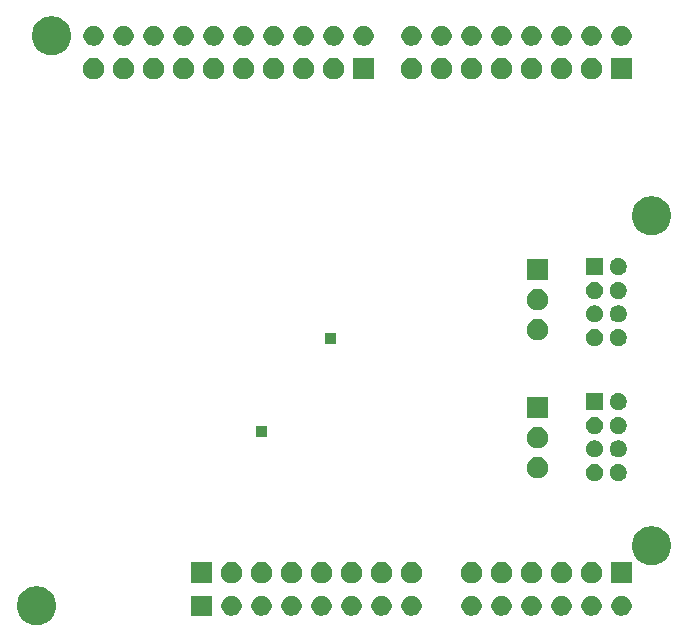
<source format=gbr>
G04 #@! TF.GenerationSoftware,KiCad,Pcbnew,(5.1.5)-3*
G04 #@! TF.CreationDate,2021-04-03T19:56:23-04:00*
G04 #@! TF.ProjectId,JoystickCtrlV2,4a6f7973-7469-4636-9b43-74726c56322e,rev?*
G04 #@! TF.SameCoordinates,Original*
G04 #@! TF.FileFunction,Soldermask,Bot*
G04 #@! TF.FilePolarity,Negative*
%FSLAX46Y46*%
G04 Gerber Fmt 4.6, Leading zero omitted, Abs format (unit mm)*
G04 Created by KiCad (PCBNEW (5.1.5)-3) date 2021-04-03 19:56:23*
%MOMM*%
%LPD*%
G04 APERTURE LIST*
%ADD10C,0.100000*%
G04 APERTURE END LIST*
D10*
G36*
X104515256Y-126407298D02*
G01*
X104621579Y-126428447D01*
X104922042Y-126552903D01*
X105192451Y-126733585D01*
X105422415Y-126963549D01*
X105603097Y-127233958D01*
X105702327Y-127473519D01*
X105727553Y-127534422D01*
X105791000Y-127853389D01*
X105791000Y-128178611D01*
X105773969Y-128264229D01*
X105727553Y-128497579D01*
X105603097Y-128798042D01*
X105422415Y-129068451D01*
X105192451Y-129298415D01*
X104922042Y-129479097D01*
X104621579Y-129603553D01*
X104515256Y-129624702D01*
X104302611Y-129667000D01*
X103977389Y-129667000D01*
X103764744Y-129624702D01*
X103658421Y-129603553D01*
X103357958Y-129479097D01*
X103087549Y-129298415D01*
X102857585Y-129068451D01*
X102676903Y-128798042D01*
X102552447Y-128497579D01*
X102506031Y-128264229D01*
X102489000Y-128178611D01*
X102489000Y-127853389D01*
X102552447Y-127534422D01*
X102577674Y-127473519D01*
X102676903Y-127233958D01*
X102857585Y-126963549D01*
X103087549Y-126733585D01*
X103357958Y-126552903D01*
X103658421Y-126428447D01*
X103764744Y-126407298D01*
X103977389Y-126365000D01*
X104302611Y-126365000D01*
X104515256Y-126407298D01*
G37*
G36*
X118961000Y-128867000D02*
G01*
X117259000Y-128867000D01*
X117259000Y-127165000D01*
X118961000Y-127165000D01*
X118961000Y-128867000D01*
G37*
G36*
X151378228Y-127197703D02*
G01*
X151533100Y-127261853D01*
X151672481Y-127354985D01*
X151791015Y-127473519D01*
X151884147Y-127612900D01*
X151948297Y-127767772D01*
X151981000Y-127932184D01*
X151981000Y-128099816D01*
X151948297Y-128264228D01*
X151884147Y-128419100D01*
X151791015Y-128558481D01*
X151672481Y-128677015D01*
X151533100Y-128770147D01*
X151378228Y-128834297D01*
X151213816Y-128867000D01*
X151046184Y-128867000D01*
X150881772Y-128834297D01*
X150726900Y-128770147D01*
X150587519Y-128677015D01*
X150468985Y-128558481D01*
X150375853Y-128419100D01*
X150311703Y-128264228D01*
X150279000Y-128099816D01*
X150279000Y-127932184D01*
X150311703Y-127767772D01*
X150375853Y-127612900D01*
X150468985Y-127473519D01*
X150587519Y-127354985D01*
X150726900Y-127261853D01*
X150881772Y-127197703D01*
X151046184Y-127165000D01*
X151213816Y-127165000D01*
X151378228Y-127197703D01*
G37*
G36*
X148838228Y-127197703D02*
G01*
X148993100Y-127261853D01*
X149132481Y-127354985D01*
X149251015Y-127473519D01*
X149344147Y-127612900D01*
X149408297Y-127767772D01*
X149441000Y-127932184D01*
X149441000Y-128099816D01*
X149408297Y-128264228D01*
X149344147Y-128419100D01*
X149251015Y-128558481D01*
X149132481Y-128677015D01*
X148993100Y-128770147D01*
X148838228Y-128834297D01*
X148673816Y-128867000D01*
X148506184Y-128867000D01*
X148341772Y-128834297D01*
X148186900Y-128770147D01*
X148047519Y-128677015D01*
X147928985Y-128558481D01*
X147835853Y-128419100D01*
X147771703Y-128264228D01*
X147739000Y-128099816D01*
X147739000Y-127932184D01*
X147771703Y-127767772D01*
X147835853Y-127612900D01*
X147928985Y-127473519D01*
X148047519Y-127354985D01*
X148186900Y-127261853D01*
X148341772Y-127197703D01*
X148506184Y-127165000D01*
X148673816Y-127165000D01*
X148838228Y-127197703D01*
G37*
G36*
X146298228Y-127197703D02*
G01*
X146453100Y-127261853D01*
X146592481Y-127354985D01*
X146711015Y-127473519D01*
X146804147Y-127612900D01*
X146868297Y-127767772D01*
X146901000Y-127932184D01*
X146901000Y-128099816D01*
X146868297Y-128264228D01*
X146804147Y-128419100D01*
X146711015Y-128558481D01*
X146592481Y-128677015D01*
X146453100Y-128770147D01*
X146298228Y-128834297D01*
X146133816Y-128867000D01*
X145966184Y-128867000D01*
X145801772Y-128834297D01*
X145646900Y-128770147D01*
X145507519Y-128677015D01*
X145388985Y-128558481D01*
X145295853Y-128419100D01*
X145231703Y-128264228D01*
X145199000Y-128099816D01*
X145199000Y-127932184D01*
X145231703Y-127767772D01*
X145295853Y-127612900D01*
X145388985Y-127473519D01*
X145507519Y-127354985D01*
X145646900Y-127261853D01*
X145801772Y-127197703D01*
X145966184Y-127165000D01*
X146133816Y-127165000D01*
X146298228Y-127197703D01*
G37*
G36*
X143758228Y-127197703D02*
G01*
X143913100Y-127261853D01*
X144052481Y-127354985D01*
X144171015Y-127473519D01*
X144264147Y-127612900D01*
X144328297Y-127767772D01*
X144361000Y-127932184D01*
X144361000Y-128099816D01*
X144328297Y-128264228D01*
X144264147Y-128419100D01*
X144171015Y-128558481D01*
X144052481Y-128677015D01*
X143913100Y-128770147D01*
X143758228Y-128834297D01*
X143593816Y-128867000D01*
X143426184Y-128867000D01*
X143261772Y-128834297D01*
X143106900Y-128770147D01*
X142967519Y-128677015D01*
X142848985Y-128558481D01*
X142755853Y-128419100D01*
X142691703Y-128264228D01*
X142659000Y-128099816D01*
X142659000Y-127932184D01*
X142691703Y-127767772D01*
X142755853Y-127612900D01*
X142848985Y-127473519D01*
X142967519Y-127354985D01*
X143106900Y-127261853D01*
X143261772Y-127197703D01*
X143426184Y-127165000D01*
X143593816Y-127165000D01*
X143758228Y-127197703D01*
G37*
G36*
X141218228Y-127197703D02*
G01*
X141373100Y-127261853D01*
X141512481Y-127354985D01*
X141631015Y-127473519D01*
X141724147Y-127612900D01*
X141788297Y-127767772D01*
X141821000Y-127932184D01*
X141821000Y-128099816D01*
X141788297Y-128264228D01*
X141724147Y-128419100D01*
X141631015Y-128558481D01*
X141512481Y-128677015D01*
X141373100Y-128770147D01*
X141218228Y-128834297D01*
X141053816Y-128867000D01*
X140886184Y-128867000D01*
X140721772Y-128834297D01*
X140566900Y-128770147D01*
X140427519Y-128677015D01*
X140308985Y-128558481D01*
X140215853Y-128419100D01*
X140151703Y-128264228D01*
X140119000Y-128099816D01*
X140119000Y-127932184D01*
X140151703Y-127767772D01*
X140215853Y-127612900D01*
X140308985Y-127473519D01*
X140427519Y-127354985D01*
X140566900Y-127261853D01*
X140721772Y-127197703D01*
X140886184Y-127165000D01*
X141053816Y-127165000D01*
X141218228Y-127197703D01*
G37*
G36*
X136138228Y-127197703D02*
G01*
X136293100Y-127261853D01*
X136432481Y-127354985D01*
X136551015Y-127473519D01*
X136644147Y-127612900D01*
X136708297Y-127767772D01*
X136741000Y-127932184D01*
X136741000Y-128099816D01*
X136708297Y-128264228D01*
X136644147Y-128419100D01*
X136551015Y-128558481D01*
X136432481Y-128677015D01*
X136293100Y-128770147D01*
X136138228Y-128834297D01*
X135973816Y-128867000D01*
X135806184Y-128867000D01*
X135641772Y-128834297D01*
X135486900Y-128770147D01*
X135347519Y-128677015D01*
X135228985Y-128558481D01*
X135135853Y-128419100D01*
X135071703Y-128264228D01*
X135039000Y-128099816D01*
X135039000Y-127932184D01*
X135071703Y-127767772D01*
X135135853Y-127612900D01*
X135228985Y-127473519D01*
X135347519Y-127354985D01*
X135486900Y-127261853D01*
X135641772Y-127197703D01*
X135806184Y-127165000D01*
X135973816Y-127165000D01*
X136138228Y-127197703D01*
G37*
G36*
X131058228Y-127197703D02*
G01*
X131213100Y-127261853D01*
X131352481Y-127354985D01*
X131471015Y-127473519D01*
X131564147Y-127612900D01*
X131628297Y-127767772D01*
X131661000Y-127932184D01*
X131661000Y-128099816D01*
X131628297Y-128264228D01*
X131564147Y-128419100D01*
X131471015Y-128558481D01*
X131352481Y-128677015D01*
X131213100Y-128770147D01*
X131058228Y-128834297D01*
X130893816Y-128867000D01*
X130726184Y-128867000D01*
X130561772Y-128834297D01*
X130406900Y-128770147D01*
X130267519Y-128677015D01*
X130148985Y-128558481D01*
X130055853Y-128419100D01*
X129991703Y-128264228D01*
X129959000Y-128099816D01*
X129959000Y-127932184D01*
X129991703Y-127767772D01*
X130055853Y-127612900D01*
X130148985Y-127473519D01*
X130267519Y-127354985D01*
X130406900Y-127261853D01*
X130561772Y-127197703D01*
X130726184Y-127165000D01*
X130893816Y-127165000D01*
X131058228Y-127197703D01*
G37*
G36*
X128518228Y-127197703D02*
G01*
X128673100Y-127261853D01*
X128812481Y-127354985D01*
X128931015Y-127473519D01*
X129024147Y-127612900D01*
X129088297Y-127767772D01*
X129121000Y-127932184D01*
X129121000Y-128099816D01*
X129088297Y-128264228D01*
X129024147Y-128419100D01*
X128931015Y-128558481D01*
X128812481Y-128677015D01*
X128673100Y-128770147D01*
X128518228Y-128834297D01*
X128353816Y-128867000D01*
X128186184Y-128867000D01*
X128021772Y-128834297D01*
X127866900Y-128770147D01*
X127727519Y-128677015D01*
X127608985Y-128558481D01*
X127515853Y-128419100D01*
X127451703Y-128264228D01*
X127419000Y-128099816D01*
X127419000Y-127932184D01*
X127451703Y-127767772D01*
X127515853Y-127612900D01*
X127608985Y-127473519D01*
X127727519Y-127354985D01*
X127866900Y-127261853D01*
X128021772Y-127197703D01*
X128186184Y-127165000D01*
X128353816Y-127165000D01*
X128518228Y-127197703D01*
G37*
G36*
X125978228Y-127197703D02*
G01*
X126133100Y-127261853D01*
X126272481Y-127354985D01*
X126391015Y-127473519D01*
X126484147Y-127612900D01*
X126548297Y-127767772D01*
X126581000Y-127932184D01*
X126581000Y-128099816D01*
X126548297Y-128264228D01*
X126484147Y-128419100D01*
X126391015Y-128558481D01*
X126272481Y-128677015D01*
X126133100Y-128770147D01*
X125978228Y-128834297D01*
X125813816Y-128867000D01*
X125646184Y-128867000D01*
X125481772Y-128834297D01*
X125326900Y-128770147D01*
X125187519Y-128677015D01*
X125068985Y-128558481D01*
X124975853Y-128419100D01*
X124911703Y-128264228D01*
X124879000Y-128099816D01*
X124879000Y-127932184D01*
X124911703Y-127767772D01*
X124975853Y-127612900D01*
X125068985Y-127473519D01*
X125187519Y-127354985D01*
X125326900Y-127261853D01*
X125481772Y-127197703D01*
X125646184Y-127165000D01*
X125813816Y-127165000D01*
X125978228Y-127197703D01*
G37*
G36*
X123438228Y-127197703D02*
G01*
X123593100Y-127261853D01*
X123732481Y-127354985D01*
X123851015Y-127473519D01*
X123944147Y-127612900D01*
X124008297Y-127767772D01*
X124041000Y-127932184D01*
X124041000Y-128099816D01*
X124008297Y-128264228D01*
X123944147Y-128419100D01*
X123851015Y-128558481D01*
X123732481Y-128677015D01*
X123593100Y-128770147D01*
X123438228Y-128834297D01*
X123273816Y-128867000D01*
X123106184Y-128867000D01*
X122941772Y-128834297D01*
X122786900Y-128770147D01*
X122647519Y-128677015D01*
X122528985Y-128558481D01*
X122435853Y-128419100D01*
X122371703Y-128264228D01*
X122339000Y-128099816D01*
X122339000Y-127932184D01*
X122371703Y-127767772D01*
X122435853Y-127612900D01*
X122528985Y-127473519D01*
X122647519Y-127354985D01*
X122786900Y-127261853D01*
X122941772Y-127197703D01*
X123106184Y-127165000D01*
X123273816Y-127165000D01*
X123438228Y-127197703D01*
G37*
G36*
X120898228Y-127197703D02*
G01*
X121053100Y-127261853D01*
X121192481Y-127354985D01*
X121311015Y-127473519D01*
X121404147Y-127612900D01*
X121468297Y-127767772D01*
X121501000Y-127932184D01*
X121501000Y-128099816D01*
X121468297Y-128264228D01*
X121404147Y-128419100D01*
X121311015Y-128558481D01*
X121192481Y-128677015D01*
X121053100Y-128770147D01*
X120898228Y-128834297D01*
X120733816Y-128867000D01*
X120566184Y-128867000D01*
X120401772Y-128834297D01*
X120246900Y-128770147D01*
X120107519Y-128677015D01*
X119988985Y-128558481D01*
X119895853Y-128419100D01*
X119831703Y-128264228D01*
X119799000Y-128099816D01*
X119799000Y-127932184D01*
X119831703Y-127767772D01*
X119895853Y-127612900D01*
X119988985Y-127473519D01*
X120107519Y-127354985D01*
X120246900Y-127261853D01*
X120401772Y-127197703D01*
X120566184Y-127165000D01*
X120733816Y-127165000D01*
X120898228Y-127197703D01*
G37*
G36*
X153918228Y-127197703D02*
G01*
X154073100Y-127261853D01*
X154212481Y-127354985D01*
X154331015Y-127473519D01*
X154424147Y-127612900D01*
X154488297Y-127767772D01*
X154521000Y-127932184D01*
X154521000Y-128099816D01*
X154488297Y-128264228D01*
X154424147Y-128419100D01*
X154331015Y-128558481D01*
X154212481Y-128677015D01*
X154073100Y-128770147D01*
X153918228Y-128834297D01*
X153753816Y-128867000D01*
X153586184Y-128867000D01*
X153421772Y-128834297D01*
X153266900Y-128770147D01*
X153127519Y-128677015D01*
X153008985Y-128558481D01*
X152915853Y-128419100D01*
X152851703Y-128264228D01*
X152819000Y-128099816D01*
X152819000Y-127932184D01*
X152851703Y-127767772D01*
X152915853Y-127612900D01*
X153008985Y-127473519D01*
X153127519Y-127354985D01*
X153266900Y-127261853D01*
X153421772Y-127197703D01*
X153586184Y-127165000D01*
X153753816Y-127165000D01*
X153918228Y-127197703D01*
G37*
G36*
X133598228Y-127197703D02*
G01*
X133753100Y-127261853D01*
X133892481Y-127354985D01*
X134011015Y-127473519D01*
X134104147Y-127612900D01*
X134168297Y-127767772D01*
X134201000Y-127932184D01*
X134201000Y-128099816D01*
X134168297Y-128264228D01*
X134104147Y-128419100D01*
X134011015Y-128558481D01*
X133892481Y-128677015D01*
X133753100Y-128770147D01*
X133598228Y-128834297D01*
X133433816Y-128867000D01*
X133266184Y-128867000D01*
X133101772Y-128834297D01*
X132946900Y-128770147D01*
X132807519Y-128677015D01*
X132688985Y-128558481D01*
X132595853Y-128419100D01*
X132531703Y-128264228D01*
X132499000Y-128099816D01*
X132499000Y-127932184D01*
X132531703Y-127767772D01*
X132595853Y-127612900D01*
X132688985Y-127473519D01*
X132807519Y-127354985D01*
X132946900Y-127261853D01*
X133101772Y-127197703D01*
X133266184Y-127165000D01*
X133433816Y-127165000D01*
X133598228Y-127197703D01*
G37*
G36*
X123303512Y-124325927D02*
G01*
X123452812Y-124355624D01*
X123616784Y-124423544D01*
X123764354Y-124522147D01*
X123889853Y-124647646D01*
X123988456Y-124795216D01*
X124056376Y-124959188D01*
X124091000Y-125133259D01*
X124091000Y-125310741D01*
X124056376Y-125484812D01*
X123988456Y-125648784D01*
X123889853Y-125796354D01*
X123764354Y-125921853D01*
X123616784Y-126020456D01*
X123452812Y-126088376D01*
X123303512Y-126118073D01*
X123278742Y-126123000D01*
X123101258Y-126123000D01*
X123076488Y-126118073D01*
X122927188Y-126088376D01*
X122763216Y-126020456D01*
X122615646Y-125921853D01*
X122490147Y-125796354D01*
X122391544Y-125648784D01*
X122323624Y-125484812D01*
X122289000Y-125310741D01*
X122289000Y-125133259D01*
X122323624Y-124959188D01*
X122391544Y-124795216D01*
X122490147Y-124647646D01*
X122615646Y-124522147D01*
X122763216Y-124423544D01*
X122927188Y-124355624D01*
X123076488Y-124325927D01*
X123101258Y-124321000D01*
X123278742Y-124321000D01*
X123303512Y-124325927D01*
G37*
G36*
X119011000Y-126123000D02*
G01*
X117209000Y-126123000D01*
X117209000Y-124321000D01*
X119011000Y-124321000D01*
X119011000Y-126123000D01*
G37*
G36*
X120763512Y-124325927D02*
G01*
X120912812Y-124355624D01*
X121076784Y-124423544D01*
X121224354Y-124522147D01*
X121349853Y-124647646D01*
X121448456Y-124795216D01*
X121516376Y-124959188D01*
X121551000Y-125133259D01*
X121551000Y-125310741D01*
X121516376Y-125484812D01*
X121448456Y-125648784D01*
X121349853Y-125796354D01*
X121224354Y-125921853D01*
X121076784Y-126020456D01*
X120912812Y-126088376D01*
X120763512Y-126118073D01*
X120738742Y-126123000D01*
X120561258Y-126123000D01*
X120536488Y-126118073D01*
X120387188Y-126088376D01*
X120223216Y-126020456D01*
X120075646Y-125921853D01*
X119950147Y-125796354D01*
X119851544Y-125648784D01*
X119783624Y-125484812D01*
X119749000Y-125310741D01*
X119749000Y-125133259D01*
X119783624Y-124959188D01*
X119851544Y-124795216D01*
X119950147Y-124647646D01*
X120075646Y-124522147D01*
X120223216Y-124423544D01*
X120387188Y-124355624D01*
X120536488Y-124325927D01*
X120561258Y-124321000D01*
X120738742Y-124321000D01*
X120763512Y-124325927D01*
G37*
G36*
X141083512Y-124325927D02*
G01*
X141232812Y-124355624D01*
X141396784Y-124423544D01*
X141544354Y-124522147D01*
X141669853Y-124647646D01*
X141768456Y-124795216D01*
X141836376Y-124959188D01*
X141871000Y-125133259D01*
X141871000Y-125310741D01*
X141836376Y-125484812D01*
X141768456Y-125648784D01*
X141669853Y-125796354D01*
X141544354Y-125921853D01*
X141396784Y-126020456D01*
X141232812Y-126088376D01*
X141083512Y-126118073D01*
X141058742Y-126123000D01*
X140881258Y-126123000D01*
X140856488Y-126118073D01*
X140707188Y-126088376D01*
X140543216Y-126020456D01*
X140395646Y-125921853D01*
X140270147Y-125796354D01*
X140171544Y-125648784D01*
X140103624Y-125484812D01*
X140069000Y-125310741D01*
X140069000Y-125133259D01*
X140103624Y-124959188D01*
X140171544Y-124795216D01*
X140270147Y-124647646D01*
X140395646Y-124522147D01*
X140543216Y-124423544D01*
X140707188Y-124355624D01*
X140856488Y-124325927D01*
X140881258Y-124321000D01*
X141058742Y-124321000D01*
X141083512Y-124325927D01*
G37*
G36*
X143623512Y-124325927D02*
G01*
X143772812Y-124355624D01*
X143936784Y-124423544D01*
X144084354Y-124522147D01*
X144209853Y-124647646D01*
X144308456Y-124795216D01*
X144376376Y-124959188D01*
X144411000Y-125133259D01*
X144411000Y-125310741D01*
X144376376Y-125484812D01*
X144308456Y-125648784D01*
X144209853Y-125796354D01*
X144084354Y-125921853D01*
X143936784Y-126020456D01*
X143772812Y-126088376D01*
X143623512Y-126118073D01*
X143598742Y-126123000D01*
X143421258Y-126123000D01*
X143396488Y-126118073D01*
X143247188Y-126088376D01*
X143083216Y-126020456D01*
X142935646Y-125921853D01*
X142810147Y-125796354D01*
X142711544Y-125648784D01*
X142643624Y-125484812D01*
X142609000Y-125310741D01*
X142609000Y-125133259D01*
X142643624Y-124959188D01*
X142711544Y-124795216D01*
X142810147Y-124647646D01*
X142935646Y-124522147D01*
X143083216Y-124423544D01*
X143247188Y-124355624D01*
X143396488Y-124325927D01*
X143421258Y-124321000D01*
X143598742Y-124321000D01*
X143623512Y-124325927D01*
G37*
G36*
X146163512Y-124325927D02*
G01*
X146312812Y-124355624D01*
X146476784Y-124423544D01*
X146624354Y-124522147D01*
X146749853Y-124647646D01*
X146848456Y-124795216D01*
X146916376Y-124959188D01*
X146951000Y-125133259D01*
X146951000Y-125310741D01*
X146916376Y-125484812D01*
X146848456Y-125648784D01*
X146749853Y-125796354D01*
X146624354Y-125921853D01*
X146476784Y-126020456D01*
X146312812Y-126088376D01*
X146163512Y-126118073D01*
X146138742Y-126123000D01*
X145961258Y-126123000D01*
X145936488Y-126118073D01*
X145787188Y-126088376D01*
X145623216Y-126020456D01*
X145475646Y-125921853D01*
X145350147Y-125796354D01*
X145251544Y-125648784D01*
X145183624Y-125484812D01*
X145149000Y-125310741D01*
X145149000Y-125133259D01*
X145183624Y-124959188D01*
X145251544Y-124795216D01*
X145350147Y-124647646D01*
X145475646Y-124522147D01*
X145623216Y-124423544D01*
X145787188Y-124355624D01*
X145936488Y-124325927D01*
X145961258Y-124321000D01*
X146138742Y-124321000D01*
X146163512Y-124325927D01*
G37*
G36*
X148703512Y-124325927D02*
G01*
X148852812Y-124355624D01*
X149016784Y-124423544D01*
X149164354Y-124522147D01*
X149289853Y-124647646D01*
X149388456Y-124795216D01*
X149456376Y-124959188D01*
X149491000Y-125133259D01*
X149491000Y-125310741D01*
X149456376Y-125484812D01*
X149388456Y-125648784D01*
X149289853Y-125796354D01*
X149164354Y-125921853D01*
X149016784Y-126020456D01*
X148852812Y-126088376D01*
X148703512Y-126118073D01*
X148678742Y-126123000D01*
X148501258Y-126123000D01*
X148476488Y-126118073D01*
X148327188Y-126088376D01*
X148163216Y-126020456D01*
X148015646Y-125921853D01*
X147890147Y-125796354D01*
X147791544Y-125648784D01*
X147723624Y-125484812D01*
X147689000Y-125310741D01*
X147689000Y-125133259D01*
X147723624Y-124959188D01*
X147791544Y-124795216D01*
X147890147Y-124647646D01*
X148015646Y-124522147D01*
X148163216Y-124423544D01*
X148327188Y-124355624D01*
X148476488Y-124325927D01*
X148501258Y-124321000D01*
X148678742Y-124321000D01*
X148703512Y-124325927D01*
G37*
G36*
X154571000Y-126123000D02*
G01*
X152769000Y-126123000D01*
X152769000Y-124321000D01*
X154571000Y-124321000D01*
X154571000Y-126123000D01*
G37*
G36*
X136003512Y-124325927D02*
G01*
X136152812Y-124355624D01*
X136316784Y-124423544D01*
X136464354Y-124522147D01*
X136589853Y-124647646D01*
X136688456Y-124795216D01*
X136756376Y-124959188D01*
X136791000Y-125133259D01*
X136791000Y-125310741D01*
X136756376Y-125484812D01*
X136688456Y-125648784D01*
X136589853Y-125796354D01*
X136464354Y-125921853D01*
X136316784Y-126020456D01*
X136152812Y-126088376D01*
X136003512Y-126118073D01*
X135978742Y-126123000D01*
X135801258Y-126123000D01*
X135776488Y-126118073D01*
X135627188Y-126088376D01*
X135463216Y-126020456D01*
X135315646Y-125921853D01*
X135190147Y-125796354D01*
X135091544Y-125648784D01*
X135023624Y-125484812D01*
X134989000Y-125310741D01*
X134989000Y-125133259D01*
X135023624Y-124959188D01*
X135091544Y-124795216D01*
X135190147Y-124647646D01*
X135315646Y-124522147D01*
X135463216Y-124423544D01*
X135627188Y-124355624D01*
X135776488Y-124325927D01*
X135801258Y-124321000D01*
X135978742Y-124321000D01*
X136003512Y-124325927D01*
G37*
G36*
X133463512Y-124325927D02*
G01*
X133612812Y-124355624D01*
X133776784Y-124423544D01*
X133924354Y-124522147D01*
X134049853Y-124647646D01*
X134148456Y-124795216D01*
X134216376Y-124959188D01*
X134251000Y-125133259D01*
X134251000Y-125310741D01*
X134216376Y-125484812D01*
X134148456Y-125648784D01*
X134049853Y-125796354D01*
X133924354Y-125921853D01*
X133776784Y-126020456D01*
X133612812Y-126088376D01*
X133463512Y-126118073D01*
X133438742Y-126123000D01*
X133261258Y-126123000D01*
X133236488Y-126118073D01*
X133087188Y-126088376D01*
X132923216Y-126020456D01*
X132775646Y-125921853D01*
X132650147Y-125796354D01*
X132551544Y-125648784D01*
X132483624Y-125484812D01*
X132449000Y-125310741D01*
X132449000Y-125133259D01*
X132483624Y-124959188D01*
X132551544Y-124795216D01*
X132650147Y-124647646D01*
X132775646Y-124522147D01*
X132923216Y-124423544D01*
X133087188Y-124355624D01*
X133236488Y-124325927D01*
X133261258Y-124321000D01*
X133438742Y-124321000D01*
X133463512Y-124325927D01*
G37*
G36*
X130923512Y-124325927D02*
G01*
X131072812Y-124355624D01*
X131236784Y-124423544D01*
X131384354Y-124522147D01*
X131509853Y-124647646D01*
X131608456Y-124795216D01*
X131676376Y-124959188D01*
X131711000Y-125133259D01*
X131711000Y-125310741D01*
X131676376Y-125484812D01*
X131608456Y-125648784D01*
X131509853Y-125796354D01*
X131384354Y-125921853D01*
X131236784Y-126020456D01*
X131072812Y-126088376D01*
X130923512Y-126118073D01*
X130898742Y-126123000D01*
X130721258Y-126123000D01*
X130696488Y-126118073D01*
X130547188Y-126088376D01*
X130383216Y-126020456D01*
X130235646Y-125921853D01*
X130110147Y-125796354D01*
X130011544Y-125648784D01*
X129943624Y-125484812D01*
X129909000Y-125310741D01*
X129909000Y-125133259D01*
X129943624Y-124959188D01*
X130011544Y-124795216D01*
X130110147Y-124647646D01*
X130235646Y-124522147D01*
X130383216Y-124423544D01*
X130547188Y-124355624D01*
X130696488Y-124325927D01*
X130721258Y-124321000D01*
X130898742Y-124321000D01*
X130923512Y-124325927D01*
G37*
G36*
X128383512Y-124325927D02*
G01*
X128532812Y-124355624D01*
X128696784Y-124423544D01*
X128844354Y-124522147D01*
X128969853Y-124647646D01*
X129068456Y-124795216D01*
X129136376Y-124959188D01*
X129171000Y-125133259D01*
X129171000Y-125310741D01*
X129136376Y-125484812D01*
X129068456Y-125648784D01*
X128969853Y-125796354D01*
X128844354Y-125921853D01*
X128696784Y-126020456D01*
X128532812Y-126088376D01*
X128383512Y-126118073D01*
X128358742Y-126123000D01*
X128181258Y-126123000D01*
X128156488Y-126118073D01*
X128007188Y-126088376D01*
X127843216Y-126020456D01*
X127695646Y-125921853D01*
X127570147Y-125796354D01*
X127471544Y-125648784D01*
X127403624Y-125484812D01*
X127369000Y-125310741D01*
X127369000Y-125133259D01*
X127403624Y-124959188D01*
X127471544Y-124795216D01*
X127570147Y-124647646D01*
X127695646Y-124522147D01*
X127843216Y-124423544D01*
X128007188Y-124355624D01*
X128156488Y-124325927D01*
X128181258Y-124321000D01*
X128358742Y-124321000D01*
X128383512Y-124325927D01*
G37*
G36*
X125843512Y-124325927D02*
G01*
X125992812Y-124355624D01*
X126156784Y-124423544D01*
X126304354Y-124522147D01*
X126429853Y-124647646D01*
X126528456Y-124795216D01*
X126596376Y-124959188D01*
X126631000Y-125133259D01*
X126631000Y-125310741D01*
X126596376Y-125484812D01*
X126528456Y-125648784D01*
X126429853Y-125796354D01*
X126304354Y-125921853D01*
X126156784Y-126020456D01*
X125992812Y-126088376D01*
X125843512Y-126118073D01*
X125818742Y-126123000D01*
X125641258Y-126123000D01*
X125616488Y-126118073D01*
X125467188Y-126088376D01*
X125303216Y-126020456D01*
X125155646Y-125921853D01*
X125030147Y-125796354D01*
X124931544Y-125648784D01*
X124863624Y-125484812D01*
X124829000Y-125310741D01*
X124829000Y-125133259D01*
X124863624Y-124959188D01*
X124931544Y-124795216D01*
X125030147Y-124647646D01*
X125155646Y-124522147D01*
X125303216Y-124423544D01*
X125467188Y-124355624D01*
X125616488Y-124325927D01*
X125641258Y-124321000D01*
X125818742Y-124321000D01*
X125843512Y-124325927D01*
G37*
G36*
X151243512Y-124325927D02*
G01*
X151392812Y-124355624D01*
X151556784Y-124423544D01*
X151704354Y-124522147D01*
X151829853Y-124647646D01*
X151928456Y-124795216D01*
X151996376Y-124959188D01*
X152031000Y-125133259D01*
X152031000Y-125310741D01*
X151996376Y-125484812D01*
X151928456Y-125648784D01*
X151829853Y-125796354D01*
X151704354Y-125921853D01*
X151556784Y-126020456D01*
X151392812Y-126088376D01*
X151243512Y-126118073D01*
X151218742Y-126123000D01*
X151041258Y-126123000D01*
X151016488Y-126118073D01*
X150867188Y-126088376D01*
X150703216Y-126020456D01*
X150555646Y-125921853D01*
X150430147Y-125796354D01*
X150331544Y-125648784D01*
X150263624Y-125484812D01*
X150229000Y-125310741D01*
X150229000Y-125133259D01*
X150263624Y-124959188D01*
X150331544Y-124795216D01*
X150430147Y-124647646D01*
X150555646Y-124522147D01*
X150703216Y-124423544D01*
X150867188Y-124355624D01*
X151016488Y-124325927D01*
X151041258Y-124321000D01*
X151218742Y-124321000D01*
X151243512Y-124325927D01*
G37*
G36*
X156585256Y-121327298D02*
G01*
X156691579Y-121348447D01*
X156992042Y-121472903D01*
X157262451Y-121653585D01*
X157492415Y-121883549D01*
X157673097Y-122153958D01*
X157797553Y-122454421D01*
X157861000Y-122773391D01*
X157861000Y-123098609D01*
X157797553Y-123417579D01*
X157673097Y-123718042D01*
X157492415Y-123988451D01*
X157262451Y-124218415D01*
X156992042Y-124399097D01*
X156691579Y-124523553D01*
X156585256Y-124544702D01*
X156372611Y-124587000D01*
X156047389Y-124587000D01*
X155834744Y-124544702D01*
X155728421Y-124523553D01*
X155427958Y-124399097D01*
X155157549Y-124218415D01*
X154927585Y-123988451D01*
X154746903Y-123718042D01*
X154622447Y-123417579D01*
X154559000Y-123098609D01*
X154559000Y-122773391D01*
X154622447Y-122454421D01*
X154746903Y-122153958D01*
X154927585Y-121883549D01*
X155157549Y-121653585D01*
X155427958Y-121472903D01*
X155728421Y-121348447D01*
X155834744Y-121327298D01*
X156047389Y-121285000D01*
X156372611Y-121285000D01*
X156585256Y-121327298D01*
G37*
G36*
X151595766Y-116045899D02*
G01*
X151727888Y-116100626D01*
X151727890Y-116100627D01*
X151846798Y-116180079D01*
X151947921Y-116281202D01*
X151947922Y-116281204D01*
X152027374Y-116400112D01*
X152082101Y-116532234D01*
X152110000Y-116672494D01*
X152110000Y-116815506D01*
X152082101Y-116955766D01*
X152027374Y-117087888D01*
X152027373Y-117087890D01*
X151947921Y-117206798D01*
X151846798Y-117307921D01*
X151727890Y-117387373D01*
X151727889Y-117387374D01*
X151727888Y-117387374D01*
X151595766Y-117442101D01*
X151455506Y-117470000D01*
X151312494Y-117470000D01*
X151172234Y-117442101D01*
X151040112Y-117387374D01*
X151040111Y-117387374D01*
X151040110Y-117387373D01*
X150921202Y-117307921D01*
X150820079Y-117206798D01*
X150740627Y-117087890D01*
X150740626Y-117087888D01*
X150685899Y-116955766D01*
X150658000Y-116815506D01*
X150658000Y-116672494D01*
X150685899Y-116532234D01*
X150740626Y-116400112D01*
X150820078Y-116281204D01*
X150820079Y-116281202D01*
X150921202Y-116180079D01*
X151040110Y-116100627D01*
X151040112Y-116100626D01*
X151172234Y-116045899D01*
X151312494Y-116018000D01*
X151455506Y-116018000D01*
X151595766Y-116045899D01*
G37*
G36*
X153595766Y-116045899D02*
G01*
X153727888Y-116100626D01*
X153727890Y-116100627D01*
X153846798Y-116180079D01*
X153947921Y-116281202D01*
X153947922Y-116281204D01*
X154027374Y-116400112D01*
X154082101Y-116532234D01*
X154110000Y-116672494D01*
X154110000Y-116815506D01*
X154082101Y-116955766D01*
X154027374Y-117087888D01*
X154027373Y-117087890D01*
X153947921Y-117206798D01*
X153846798Y-117307921D01*
X153727890Y-117387373D01*
X153727889Y-117387374D01*
X153727888Y-117387374D01*
X153595766Y-117442101D01*
X153455506Y-117470000D01*
X153312494Y-117470000D01*
X153172234Y-117442101D01*
X153040112Y-117387374D01*
X153040111Y-117387374D01*
X153040110Y-117387373D01*
X152921202Y-117307921D01*
X152820079Y-117206798D01*
X152740627Y-117087890D01*
X152740626Y-117087888D01*
X152685899Y-116955766D01*
X152658000Y-116815506D01*
X152658000Y-116672494D01*
X152685899Y-116532234D01*
X152740626Y-116400112D01*
X152820078Y-116281204D01*
X152820079Y-116281202D01*
X152921202Y-116180079D01*
X153040110Y-116100627D01*
X153040112Y-116100626D01*
X153172234Y-116045899D01*
X153312494Y-116018000D01*
X153455506Y-116018000D01*
X153595766Y-116045899D01*
G37*
G36*
X146671512Y-115435927D02*
G01*
X146820812Y-115465624D01*
X146984784Y-115533544D01*
X147132354Y-115632147D01*
X147257853Y-115757646D01*
X147356456Y-115905216D01*
X147424376Y-116069188D01*
X147459000Y-116243259D01*
X147459000Y-116420741D01*
X147424376Y-116594812D01*
X147356456Y-116758784D01*
X147257853Y-116906354D01*
X147132354Y-117031853D01*
X146984784Y-117130456D01*
X146820812Y-117198376D01*
X146671512Y-117228073D01*
X146646742Y-117233000D01*
X146469258Y-117233000D01*
X146444488Y-117228073D01*
X146295188Y-117198376D01*
X146131216Y-117130456D01*
X145983646Y-117031853D01*
X145858147Y-116906354D01*
X145759544Y-116758784D01*
X145691624Y-116594812D01*
X145657000Y-116420741D01*
X145657000Y-116243259D01*
X145691624Y-116069188D01*
X145759544Y-115905216D01*
X145858147Y-115757646D01*
X145983646Y-115632147D01*
X146131216Y-115533544D01*
X146295188Y-115465624D01*
X146444488Y-115435927D01*
X146469258Y-115431000D01*
X146646742Y-115431000D01*
X146671512Y-115435927D01*
G37*
G36*
X151595766Y-114045899D02*
G01*
X151727888Y-114100626D01*
X151727890Y-114100627D01*
X151846798Y-114180079D01*
X151947921Y-114281202D01*
X151947922Y-114281204D01*
X152027374Y-114400112D01*
X152082101Y-114532234D01*
X152110000Y-114672494D01*
X152110000Y-114815506D01*
X152082101Y-114955766D01*
X152027374Y-115087888D01*
X152027373Y-115087890D01*
X151947921Y-115206798D01*
X151846798Y-115307921D01*
X151727890Y-115387373D01*
X151727889Y-115387374D01*
X151727888Y-115387374D01*
X151595766Y-115442101D01*
X151455506Y-115470000D01*
X151312494Y-115470000D01*
X151172234Y-115442101D01*
X151040112Y-115387374D01*
X151040111Y-115387374D01*
X151040110Y-115387373D01*
X150921202Y-115307921D01*
X150820079Y-115206798D01*
X150740627Y-115087890D01*
X150740626Y-115087888D01*
X150685899Y-114955766D01*
X150658000Y-114815506D01*
X150658000Y-114672494D01*
X150685899Y-114532234D01*
X150740626Y-114400112D01*
X150820078Y-114281204D01*
X150820079Y-114281202D01*
X150921202Y-114180079D01*
X151040110Y-114100627D01*
X151040112Y-114100626D01*
X151172234Y-114045899D01*
X151312494Y-114018000D01*
X151455506Y-114018000D01*
X151595766Y-114045899D01*
G37*
G36*
X153595766Y-114045899D02*
G01*
X153727888Y-114100626D01*
X153727890Y-114100627D01*
X153846798Y-114180079D01*
X153947921Y-114281202D01*
X153947922Y-114281204D01*
X154027374Y-114400112D01*
X154082101Y-114532234D01*
X154110000Y-114672494D01*
X154110000Y-114815506D01*
X154082101Y-114955766D01*
X154027374Y-115087888D01*
X154027373Y-115087890D01*
X153947921Y-115206798D01*
X153846798Y-115307921D01*
X153727890Y-115387373D01*
X153727889Y-115387374D01*
X153727888Y-115387374D01*
X153595766Y-115442101D01*
X153455506Y-115470000D01*
X153312494Y-115470000D01*
X153172234Y-115442101D01*
X153040112Y-115387374D01*
X153040111Y-115387374D01*
X153040110Y-115387373D01*
X152921202Y-115307921D01*
X152820079Y-115206798D01*
X152740627Y-115087890D01*
X152740626Y-115087888D01*
X152685899Y-114955766D01*
X152658000Y-114815506D01*
X152658000Y-114672494D01*
X152685899Y-114532234D01*
X152740626Y-114400112D01*
X152820078Y-114281204D01*
X152820079Y-114281202D01*
X152921202Y-114180079D01*
X153040110Y-114100627D01*
X153040112Y-114100626D01*
X153172234Y-114045899D01*
X153312494Y-114018000D01*
X153455506Y-114018000D01*
X153595766Y-114045899D01*
G37*
G36*
X146671512Y-112895927D02*
G01*
X146820812Y-112925624D01*
X146984784Y-112993544D01*
X147132354Y-113092147D01*
X147257853Y-113217646D01*
X147356456Y-113365216D01*
X147424376Y-113529188D01*
X147459000Y-113703259D01*
X147459000Y-113880741D01*
X147424376Y-114054812D01*
X147356456Y-114218784D01*
X147257853Y-114366354D01*
X147132354Y-114491853D01*
X146984784Y-114590456D01*
X146820812Y-114658376D01*
X146671512Y-114688073D01*
X146646742Y-114693000D01*
X146469258Y-114693000D01*
X146444488Y-114688073D01*
X146295188Y-114658376D01*
X146131216Y-114590456D01*
X145983646Y-114491853D01*
X145858147Y-114366354D01*
X145759544Y-114218784D01*
X145691624Y-114054812D01*
X145657000Y-113880741D01*
X145657000Y-113703259D01*
X145691624Y-113529188D01*
X145759544Y-113365216D01*
X145858147Y-113217646D01*
X145983646Y-113092147D01*
X146131216Y-112993544D01*
X146295188Y-112925624D01*
X146444488Y-112895927D01*
X146469258Y-112891000D01*
X146646742Y-112891000D01*
X146671512Y-112895927D01*
G37*
G36*
X123666000Y-113760000D02*
G01*
X122714000Y-113760000D01*
X122714000Y-112808000D01*
X123666000Y-112808000D01*
X123666000Y-113760000D01*
G37*
G36*
X153595766Y-112045899D02*
G01*
X153727888Y-112100626D01*
X153727890Y-112100627D01*
X153846798Y-112180079D01*
X153947921Y-112281202D01*
X153947922Y-112281204D01*
X154027374Y-112400112D01*
X154082101Y-112532234D01*
X154110000Y-112672494D01*
X154110000Y-112815506D01*
X154082101Y-112955766D01*
X154027374Y-113087888D01*
X154027373Y-113087890D01*
X153947921Y-113206798D01*
X153846798Y-113307921D01*
X153727890Y-113387373D01*
X153727889Y-113387374D01*
X153727888Y-113387374D01*
X153595766Y-113442101D01*
X153455506Y-113470000D01*
X153312494Y-113470000D01*
X153172234Y-113442101D01*
X153040112Y-113387374D01*
X153040111Y-113387374D01*
X153040110Y-113387373D01*
X152921202Y-113307921D01*
X152820079Y-113206798D01*
X152740627Y-113087890D01*
X152740626Y-113087888D01*
X152685899Y-112955766D01*
X152658000Y-112815506D01*
X152658000Y-112672494D01*
X152685899Y-112532234D01*
X152740626Y-112400112D01*
X152820078Y-112281204D01*
X152820079Y-112281202D01*
X152921202Y-112180079D01*
X153040110Y-112100627D01*
X153040112Y-112100626D01*
X153172234Y-112045899D01*
X153312494Y-112018000D01*
X153455506Y-112018000D01*
X153595766Y-112045899D01*
G37*
G36*
X151595766Y-112045899D02*
G01*
X151727888Y-112100626D01*
X151727890Y-112100627D01*
X151846798Y-112180079D01*
X151947921Y-112281202D01*
X151947922Y-112281204D01*
X152027374Y-112400112D01*
X152082101Y-112532234D01*
X152110000Y-112672494D01*
X152110000Y-112815506D01*
X152082101Y-112955766D01*
X152027374Y-113087888D01*
X152027373Y-113087890D01*
X151947921Y-113206798D01*
X151846798Y-113307921D01*
X151727890Y-113387373D01*
X151727889Y-113387374D01*
X151727888Y-113387374D01*
X151595766Y-113442101D01*
X151455506Y-113470000D01*
X151312494Y-113470000D01*
X151172234Y-113442101D01*
X151040112Y-113387374D01*
X151040111Y-113387374D01*
X151040110Y-113387373D01*
X150921202Y-113307921D01*
X150820079Y-113206798D01*
X150740627Y-113087890D01*
X150740626Y-113087888D01*
X150685899Y-112955766D01*
X150658000Y-112815506D01*
X150658000Y-112672494D01*
X150685899Y-112532234D01*
X150740626Y-112400112D01*
X150820078Y-112281204D01*
X150820079Y-112281202D01*
X150921202Y-112180079D01*
X151040110Y-112100627D01*
X151040112Y-112100626D01*
X151172234Y-112045899D01*
X151312494Y-112018000D01*
X151455506Y-112018000D01*
X151595766Y-112045899D01*
G37*
G36*
X147459000Y-112153000D02*
G01*
X145657000Y-112153000D01*
X145657000Y-110351000D01*
X147459000Y-110351000D01*
X147459000Y-112153000D01*
G37*
G36*
X153595766Y-110045899D02*
G01*
X153727888Y-110100626D01*
X153727890Y-110100627D01*
X153846798Y-110180079D01*
X153947921Y-110281202D01*
X154027373Y-110400110D01*
X154027374Y-110400112D01*
X154082101Y-110532234D01*
X154110000Y-110672494D01*
X154110000Y-110815506D01*
X154082101Y-110955766D01*
X154027374Y-111087888D01*
X154027373Y-111087890D01*
X153947921Y-111206798D01*
X153846798Y-111307921D01*
X153727890Y-111387373D01*
X153727889Y-111387374D01*
X153727888Y-111387374D01*
X153595766Y-111442101D01*
X153455506Y-111470000D01*
X153312494Y-111470000D01*
X153172234Y-111442101D01*
X153040112Y-111387374D01*
X153040111Y-111387374D01*
X153040110Y-111387373D01*
X152921202Y-111307921D01*
X152820079Y-111206798D01*
X152740627Y-111087890D01*
X152740626Y-111087888D01*
X152685899Y-110955766D01*
X152658000Y-110815506D01*
X152658000Y-110672494D01*
X152685899Y-110532234D01*
X152740626Y-110400112D01*
X152740627Y-110400110D01*
X152820079Y-110281202D01*
X152921202Y-110180079D01*
X153040110Y-110100627D01*
X153040112Y-110100626D01*
X153172234Y-110045899D01*
X153312494Y-110018000D01*
X153455506Y-110018000D01*
X153595766Y-110045899D01*
G37*
G36*
X152110000Y-111470000D02*
G01*
X150658000Y-111470000D01*
X150658000Y-110018000D01*
X152110000Y-110018000D01*
X152110000Y-111470000D01*
G37*
G36*
X151595766Y-104615899D02*
G01*
X151727888Y-104670626D01*
X151727890Y-104670627D01*
X151846798Y-104750079D01*
X151947921Y-104851202D01*
X151987751Y-104910812D01*
X152027374Y-104970112D01*
X152082101Y-105102234D01*
X152110000Y-105242494D01*
X152110000Y-105385506D01*
X152082101Y-105525766D01*
X152027374Y-105657888D01*
X152027373Y-105657890D01*
X151947921Y-105776798D01*
X151846798Y-105877921D01*
X151727890Y-105957373D01*
X151727889Y-105957374D01*
X151727888Y-105957374D01*
X151595766Y-106012101D01*
X151455506Y-106040000D01*
X151312494Y-106040000D01*
X151172234Y-106012101D01*
X151040112Y-105957374D01*
X151040111Y-105957374D01*
X151040110Y-105957373D01*
X150921202Y-105877921D01*
X150820079Y-105776798D01*
X150740627Y-105657890D01*
X150740626Y-105657888D01*
X150685899Y-105525766D01*
X150658000Y-105385506D01*
X150658000Y-105242494D01*
X150685899Y-105102234D01*
X150740626Y-104970112D01*
X150780249Y-104910812D01*
X150820079Y-104851202D01*
X150921202Y-104750079D01*
X151040110Y-104670627D01*
X151040112Y-104670626D01*
X151172234Y-104615899D01*
X151312494Y-104588000D01*
X151455506Y-104588000D01*
X151595766Y-104615899D01*
G37*
G36*
X153595766Y-104615899D02*
G01*
X153727888Y-104670626D01*
X153727890Y-104670627D01*
X153846798Y-104750079D01*
X153947921Y-104851202D01*
X153987751Y-104910812D01*
X154027374Y-104970112D01*
X154082101Y-105102234D01*
X154110000Y-105242494D01*
X154110000Y-105385506D01*
X154082101Y-105525766D01*
X154027374Y-105657888D01*
X154027373Y-105657890D01*
X153947921Y-105776798D01*
X153846798Y-105877921D01*
X153727890Y-105957373D01*
X153727889Y-105957374D01*
X153727888Y-105957374D01*
X153595766Y-106012101D01*
X153455506Y-106040000D01*
X153312494Y-106040000D01*
X153172234Y-106012101D01*
X153040112Y-105957374D01*
X153040111Y-105957374D01*
X153040110Y-105957373D01*
X152921202Y-105877921D01*
X152820079Y-105776798D01*
X152740627Y-105657890D01*
X152740626Y-105657888D01*
X152685899Y-105525766D01*
X152658000Y-105385506D01*
X152658000Y-105242494D01*
X152685899Y-105102234D01*
X152740626Y-104970112D01*
X152780249Y-104910812D01*
X152820079Y-104851202D01*
X152921202Y-104750079D01*
X153040110Y-104670627D01*
X153040112Y-104670626D01*
X153172234Y-104615899D01*
X153312494Y-104588000D01*
X153455506Y-104588000D01*
X153595766Y-104615899D01*
G37*
G36*
X129508000Y-105886000D02*
G01*
X128556000Y-105886000D01*
X128556000Y-104934000D01*
X129508000Y-104934000D01*
X129508000Y-105886000D01*
G37*
G36*
X146671512Y-103751927D02*
G01*
X146820812Y-103781624D01*
X146984784Y-103849544D01*
X147132354Y-103948147D01*
X147257853Y-104073646D01*
X147356456Y-104221216D01*
X147424376Y-104385188D01*
X147459000Y-104559259D01*
X147459000Y-104736741D01*
X147424376Y-104910812D01*
X147356456Y-105074784D01*
X147257853Y-105222354D01*
X147132354Y-105347853D01*
X146984784Y-105446456D01*
X146820812Y-105514376D01*
X146671512Y-105544073D01*
X146646742Y-105549000D01*
X146469258Y-105549000D01*
X146444488Y-105544073D01*
X146295188Y-105514376D01*
X146131216Y-105446456D01*
X145983646Y-105347853D01*
X145858147Y-105222354D01*
X145759544Y-105074784D01*
X145691624Y-104910812D01*
X145657000Y-104736741D01*
X145657000Y-104559259D01*
X145691624Y-104385188D01*
X145759544Y-104221216D01*
X145858147Y-104073646D01*
X145983646Y-103948147D01*
X146131216Y-103849544D01*
X146295188Y-103781624D01*
X146444488Y-103751927D01*
X146469258Y-103747000D01*
X146646742Y-103747000D01*
X146671512Y-103751927D01*
G37*
G36*
X151595766Y-102615899D02*
G01*
X151727888Y-102670626D01*
X151727890Y-102670627D01*
X151846798Y-102750079D01*
X151947921Y-102851202D01*
X152027373Y-102970110D01*
X152027374Y-102970112D01*
X152082101Y-103102234D01*
X152110000Y-103242494D01*
X152110000Y-103385506D01*
X152082101Y-103525766D01*
X152027374Y-103657888D01*
X152027373Y-103657890D01*
X151947921Y-103776798D01*
X151846798Y-103877921D01*
X151727890Y-103957373D01*
X151727889Y-103957374D01*
X151727888Y-103957374D01*
X151595766Y-104012101D01*
X151455506Y-104040000D01*
X151312494Y-104040000D01*
X151172234Y-104012101D01*
X151040112Y-103957374D01*
X151040111Y-103957374D01*
X151040110Y-103957373D01*
X150921202Y-103877921D01*
X150820079Y-103776798D01*
X150740627Y-103657890D01*
X150740626Y-103657888D01*
X150685899Y-103525766D01*
X150658000Y-103385506D01*
X150658000Y-103242494D01*
X150685899Y-103102234D01*
X150740626Y-102970112D01*
X150740627Y-102970110D01*
X150820079Y-102851202D01*
X150921202Y-102750079D01*
X151040110Y-102670627D01*
X151040112Y-102670626D01*
X151172234Y-102615899D01*
X151312494Y-102588000D01*
X151455506Y-102588000D01*
X151595766Y-102615899D01*
G37*
G36*
X153595766Y-102615899D02*
G01*
X153727888Y-102670626D01*
X153727890Y-102670627D01*
X153846798Y-102750079D01*
X153947921Y-102851202D01*
X154027373Y-102970110D01*
X154027374Y-102970112D01*
X154082101Y-103102234D01*
X154110000Y-103242494D01*
X154110000Y-103385506D01*
X154082101Y-103525766D01*
X154027374Y-103657888D01*
X154027373Y-103657890D01*
X153947921Y-103776798D01*
X153846798Y-103877921D01*
X153727890Y-103957373D01*
X153727889Y-103957374D01*
X153727888Y-103957374D01*
X153595766Y-104012101D01*
X153455506Y-104040000D01*
X153312494Y-104040000D01*
X153172234Y-104012101D01*
X153040112Y-103957374D01*
X153040111Y-103957374D01*
X153040110Y-103957373D01*
X152921202Y-103877921D01*
X152820079Y-103776798D01*
X152740627Y-103657890D01*
X152740626Y-103657888D01*
X152685899Y-103525766D01*
X152658000Y-103385506D01*
X152658000Y-103242494D01*
X152685899Y-103102234D01*
X152740626Y-102970112D01*
X152740627Y-102970110D01*
X152820079Y-102851202D01*
X152921202Y-102750079D01*
X153040110Y-102670627D01*
X153040112Y-102670626D01*
X153172234Y-102615899D01*
X153312494Y-102588000D01*
X153455506Y-102588000D01*
X153595766Y-102615899D01*
G37*
G36*
X146671512Y-101211927D02*
G01*
X146820812Y-101241624D01*
X146984784Y-101309544D01*
X147132354Y-101408147D01*
X147257853Y-101533646D01*
X147356456Y-101681216D01*
X147424376Y-101845188D01*
X147459000Y-102019259D01*
X147459000Y-102196741D01*
X147424376Y-102370812D01*
X147356456Y-102534784D01*
X147257853Y-102682354D01*
X147132354Y-102807853D01*
X146984784Y-102906456D01*
X146820812Y-102974376D01*
X146671512Y-103004073D01*
X146646742Y-103009000D01*
X146469258Y-103009000D01*
X146444488Y-103004073D01*
X146295188Y-102974376D01*
X146131216Y-102906456D01*
X145983646Y-102807853D01*
X145858147Y-102682354D01*
X145759544Y-102534784D01*
X145691624Y-102370812D01*
X145657000Y-102196741D01*
X145657000Y-102019259D01*
X145691624Y-101845188D01*
X145759544Y-101681216D01*
X145858147Y-101533646D01*
X145983646Y-101408147D01*
X146131216Y-101309544D01*
X146295188Y-101241624D01*
X146444488Y-101211927D01*
X146469258Y-101207000D01*
X146646742Y-101207000D01*
X146671512Y-101211927D01*
G37*
G36*
X153595766Y-100615899D02*
G01*
X153727888Y-100670626D01*
X153727890Y-100670627D01*
X153846798Y-100750079D01*
X153947921Y-100851202D01*
X153947922Y-100851204D01*
X154027374Y-100970112D01*
X154082101Y-101102234D01*
X154110000Y-101242494D01*
X154110000Y-101385506D01*
X154082101Y-101525766D01*
X154027374Y-101657888D01*
X154027373Y-101657890D01*
X153947921Y-101776798D01*
X153846798Y-101877921D01*
X153727890Y-101957373D01*
X153727889Y-101957374D01*
X153727888Y-101957374D01*
X153595766Y-102012101D01*
X153455506Y-102040000D01*
X153312494Y-102040000D01*
X153172234Y-102012101D01*
X153040112Y-101957374D01*
X153040111Y-101957374D01*
X153040110Y-101957373D01*
X152921202Y-101877921D01*
X152820079Y-101776798D01*
X152740627Y-101657890D01*
X152740626Y-101657888D01*
X152685899Y-101525766D01*
X152658000Y-101385506D01*
X152658000Y-101242494D01*
X152685899Y-101102234D01*
X152740626Y-100970112D01*
X152820078Y-100851204D01*
X152820079Y-100851202D01*
X152921202Y-100750079D01*
X153040110Y-100670627D01*
X153040112Y-100670626D01*
X153172234Y-100615899D01*
X153312494Y-100588000D01*
X153455506Y-100588000D01*
X153595766Y-100615899D01*
G37*
G36*
X151595766Y-100615899D02*
G01*
X151727888Y-100670626D01*
X151727890Y-100670627D01*
X151846798Y-100750079D01*
X151947921Y-100851202D01*
X151947922Y-100851204D01*
X152027374Y-100970112D01*
X152082101Y-101102234D01*
X152110000Y-101242494D01*
X152110000Y-101385506D01*
X152082101Y-101525766D01*
X152027374Y-101657888D01*
X152027373Y-101657890D01*
X151947921Y-101776798D01*
X151846798Y-101877921D01*
X151727890Y-101957373D01*
X151727889Y-101957374D01*
X151727888Y-101957374D01*
X151595766Y-102012101D01*
X151455506Y-102040000D01*
X151312494Y-102040000D01*
X151172234Y-102012101D01*
X151040112Y-101957374D01*
X151040111Y-101957374D01*
X151040110Y-101957373D01*
X150921202Y-101877921D01*
X150820079Y-101776798D01*
X150740627Y-101657890D01*
X150740626Y-101657888D01*
X150685899Y-101525766D01*
X150658000Y-101385506D01*
X150658000Y-101242494D01*
X150685899Y-101102234D01*
X150740626Y-100970112D01*
X150820078Y-100851204D01*
X150820079Y-100851202D01*
X150921202Y-100750079D01*
X151040110Y-100670627D01*
X151040112Y-100670626D01*
X151172234Y-100615899D01*
X151312494Y-100588000D01*
X151455506Y-100588000D01*
X151595766Y-100615899D01*
G37*
G36*
X147459000Y-100469000D02*
G01*
X145657000Y-100469000D01*
X145657000Y-98667000D01*
X147459000Y-98667000D01*
X147459000Y-100469000D01*
G37*
G36*
X152110000Y-100040000D02*
G01*
X150658000Y-100040000D01*
X150658000Y-98588000D01*
X152110000Y-98588000D01*
X152110000Y-100040000D01*
G37*
G36*
X153595766Y-98615899D02*
G01*
X153719134Y-98667000D01*
X153727890Y-98670627D01*
X153846798Y-98750079D01*
X153947921Y-98851202D01*
X153947922Y-98851204D01*
X154027374Y-98970112D01*
X154082101Y-99102234D01*
X154110000Y-99242494D01*
X154110000Y-99385506D01*
X154082101Y-99525766D01*
X154027374Y-99657888D01*
X154027373Y-99657890D01*
X153947921Y-99776798D01*
X153846798Y-99877921D01*
X153727890Y-99957373D01*
X153727889Y-99957374D01*
X153727888Y-99957374D01*
X153595766Y-100012101D01*
X153455506Y-100040000D01*
X153312494Y-100040000D01*
X153172234Y-100012101D01*
X153040112Y-99957374D01*
X153040111Y-99957374D01*
X153040110Y-99957373D01*
X152921202Y-99877921D01*
X152820079Y-99776798D01*
X152740627Y-99657890D01*
X152740626Y-99657888D01*
X152685899Y-99525766D01*
X152658000Y-99385506D01*
X152658000Y-99242494D01*
X152685899Y-99102234D01*
X152740626Y-98970112D01*
X152820078Y-98851204D01*
X152820079Y-98851202D01*
X152921202Y-98750079D01*
X153040110Y-98670627D01*
X153048866Y-98667000D01*
X153172234Y-98615899D01*
X153312494Y-98588000D01*
X153455506Y-98588000D01*
X153595766Y-98615899D01*
G37*
G36*
X156585256Y-93387298D02*
G01*
X156691579Y-93408447D01*
X156992042Y-93532903D01*
X157262451Y-93713585D01*
X157492415Y-93943549D01*
X157673097Y-94213958D01*
X157797553Y-94514421D01*
X157861000Y-94833391D01*
X157861000Y-95158609D01*
X157797553Y-95477579D01*
X157673097Y-95778042D01*
X157492415Y-96048451D01*
X157262451Y-96278415D01*
X156992042Y-96459097D01*
X156691579Y-96583553D01*
X156585256Y-96604702D01*
X156372611Y-96647000D01*
X156047389Y-96647000D01*
X155834744Y-96604702D01*
X155728421Y-96583553D01*
X155427958Y-96459097D01*
X155157549Y-96278415D01*
X154927585Y-96048451D01*
X154746903Y-95778042D01*
X154622447Y-95477579D01*
X154559000Y-95158609D01*
X154559000Y-94833391D01*
X154622447Y-94514421D01*
X154746903Y-94213958D01*
X154927585Y-93943549D01*
X155157549Y-93713585D01*
X155427958Y-93532903D01*
X155728421Y-93408447D01*
X155834744Y-93387298D01*
X156047389Y-93345000D01*
X156372611Y-93345000D01*
X156585256Y-93387298D01*
G37*
G36*
X132727000Y-83451000D02*
G01*
X130925000Y-83451000D01*
X130925000Y-81649000D01*
X132727000Y-81649000D01*
X132727000Y-83451000D01*
G37*
G36*
X121779512Y-81653927D02*
G01*
X121928812Y-81683624D01*
X122092784Y-81751544D01*
X122240354Y-81850147D01*
X122365853Y-81975646D01*
X122464456Y-82123216D01*
X122532376Y-82287188D01*
X122567000Y-82461259D01*
X122567000Y-82638741D01*
X122532376Y-82812812D01*
X122464456Y-82976784D01*
X122365853Y-83124354D01*
X122240354Y-83249853D01*
X122092784Y-83348456D01*
X121928812Y-83416376D01*
X121779512Y-83446073D01*
X121754742Y-83451000D01*
X121577258Y-83451000D01*
X121552488Y-83446073D01*
X121403188Y-83416376D01*
X121239216Y-83348456D01*
X121091646Y-83249853D01*
X120966147Y-83124354D01*
X120867544Y-82976784D01*
X120799624Y-82812812D01*
X120765000Y-82638741D01*
X120765000Y-82461259D01*
X120799624Y-82287188D01*
X120867544Y-82123216D01*
X120966147Y-81975646D01*
X121091646Y-81850147D01*
X121239216Y-81751544D01*
X121403188Y-81683624D01*
X121552488Y-81653927D01*
X121577258Y-81649000D01*
X121754742Y-81649000D01*
X121779512Y-81653927D01*
G37*
G36*
X109079512Y-81653927D02*
G01*
X109228812Y-81683624D01*
X109392784Y-81751544D01*
X109540354Y-81850147D01*
X109665853Y-81975646D01*
X109764456Y-82123216D01*
X109832376Y-82287188D01*
X109867000Y-82461259D01*
X109867000Y-82638741D01*
X109832376Y-82812812D01*
X109764456Y-82976784D01*
X109665853Y-83124354D01*
X109540354Y-83249853D01*
X109392784Y-83348456D01*
X109228812Y-83416376D01*
X109079512Y-83446073D01*
X109054742Y-83451000D01*
X108877258Y-83451000D01*
X108852488Y-83446073D01*
X108703188Y-83416376D01*
X108539216Y-83348456D01*
X108391646Y-83249853D01*
X108266147Y-83124354D01*
X108167544Y-82976784D01*
X108099624Y-82812812D01*
X108065000Y-82638741D01*
X108065000Y-82461259D01*
X108099624Y-82287188D01*
X108167544Y-82123216D01*
X108266147Y-81975646D01*
X108391646Y-81850147D01*
X108539216Y-81751544D01*
X108703188Y-81683624D01*
X108852488Y-81653927D01*
X108877258Y-81649000D01*
X109054742Y-81649000D01*
X109079512Y-81653927D01*
G37*
G36*
X129399512Y-81653927D02*
G01*
X129548812Y-81683624D01*
X129712784Y-81751544D01*
X129860354Y-81850147D01*
X129985853Y-81975646D01*
X130084456Y-82123216D01*
X130152376Y-82287188D01*
X130187000Y-82461259D01*
X130187000Y-82638741D01*
X130152376Y-82812812D01*
X130084456Y-82976784D01*
X129985853Y-83124354D01*
X129860354Y-83249853D01*
X129712784Y-83348456D01*
X129548812Y-83416376D01*
X129399512Y-83446073D01*
X129374742Y-83451000D01*
X129197258Y-83451000D01*
X129172488Y-83446073D01*
X129023188Y-83416376D01*
X128859216Y-83348456D01*
X128711646Y-83249853D01*
X128586147Y-83124354D01*
X128487544Y-82976784D01*
X128419624Y-82812812D01*
X128385000Y-82638741D01*
X128385000Y-82461259D01*
X128419624Y-82287188D01*
X128487544Y-82123216D01*
X128586147Y-81975646D01*
X128711646Y-81850147D01*
X128859216Y-81751544D01*
X129023188Y-81683624D01*
X129172488Y-81653927D01*
X129197258Y-81649000D01*
X129374742Y-81649000D01*
X129399512Y-81653927D01*
G37*
G36*
X126859512Y-81653927D02*
G01*
X127008812Y-81683624D01*
X127172784Y-81751544D01*
X127320354Y-81850147D01*
X127445853Y-81975646D01*
X127544456Y-82123216D01*
X127612376Y-82287188D01*
X127647000Y-82461259D01*
X127647000Y-82638741D01*
X127612376Y-82812812D01*
X127544456Y-82976784D01*
X127445853Y-83124354D01*
X127320354Y-83249853D01*
X127172784Y-83348456D01*
X127008812Y-83416376D01*
X126859512Y-83446073D01*
X126834742Y-83451000D01*
X126657258Y-83451000D01*
X126632488Y-83446073D01*
X126483188Y-83416376D01*
X126319216Y-83348456D01*
X126171646Y-83249853D01*
X126046147Y-83124354D01*
X125947544Y-82976784D01*
X125879624Y-82812812D01*
X125845000Y-82638741D01*
X125845000Y-82461259D01*
X125879624Y-82287188D01*
X125947544Y-82123216D01*
X126046147Y-81975646D01*
X126171646Y-81850147D01*
X126319216Y-81751544D01*
X126483188Y-81683624D01*
X126632488Y-81653927D01*
X126657258Y-81649000D01*
X126834742Y-81649000D01*
X126859512Y-81653927D01*
G37*
G36*
X124319512Y-81653927D02*
G01*
X124468812Y-81683624D01*
X124632784Y-81751544D01*
X124780354Y-81850147D01*
X124905853Y-81975646D01*
X125004456Y-82123216D01*
X125072376Y-82287188D01*
X125107000Y-82461259D01*
X125107000Y-82638741D01*
X125072376Y-82812812D01*
X125004456Y-82976784D01*
X124905853Y-83124354D01*
X124780354Y-83249853D01*
X124632784Y-83348456D01*
X124468812Y-83416376D01*
X124319512Y-83446073D01*
X124294742Y-83451000D01*
X124117258Y-83451000D01*
X124092488Y-83446073D01*
X123943188Y-83416376D01*
X123779216Y-83348456D01*
X123631646Y-83249853D01*
X123506147Y-83124354D01*
X123407544Y-82976784D01*
X123339624Y-82812812D01*
X123305000Y-82638741D01*
X123305000Y-82461259D01*
X123339624Y-82287188D01*
X123407544Y-82123216D01*
X123506147Y-81975646D01*
X123631646Y-81850147D01*
X123779216Y-81751544D01*
X123943188Y-81683624D01*
X124092488Y-81653927D01*
X124117258Y-81649000D01*
X124294742Y-81649000D01*
X124319512Y-81653927D01*
G37*
G36*
X119239512Y-81653927D02*
G01*
X119388812Y-81683624D01*
X119552784Y-81751544D01*
X119700354Y-81850147D01*
X119825853Y-81975646D01*
X119924456Y-82123216D01*
X119992376Y-82287188D01*
X120027000Y-82461259D01*
X120027000Y-82638741D01*
X119992376Y-82812812D01*
X119924456Y-82976784D01*
X119825853Y-83124354D01*
X119700354Y-83249853D01*
X119552784Y-83348456D01*
X119388812Y-83416376D01*
X119239512Y-83446073D01*
X119214742Y-83451000D01*
X119037258Y-83451000D01*
X119012488Y-83446073D01*
X118863188Y-83416376D01*
X118699216Y-83348456D01*
X118551646Y-83249853D01*
X118426147Y-83124354D01*
X118327544Y-82976784D01*
X118259624Y-82812812D01*
X118225000Y-82638741D01*
X118225000Y-82461259D01*
X118259624Y-82287188D01*
X118327544Y-82123216D01*
X118426147Y-81975646D01*
X118551646Y-81850147D01*
X118699216Y-81751544D01*
X118863188Y-81683624D01*
X119012488Y-81653927D01*
X119037258Y-81649000D01*
X119214742Y-81649000D01*
X119239512Y-81653927D01*
G37*
G36*
X116699512Y-81653927D02*
G01*
X116848812Y-81683624D01*
X117012784Y-81751544D01*
X117160354Y-81850147D01*
X117285853Y-81975646D01*
X117384456Y-82123216D01*
X117452376Y-82287188D01*
X117487000Y-82461259D01*
X117487000Y-82638741D01*
X117452376Y-82812812D01*
X117384456Y-82976784D01*
X117285853Y-83124354D01*
X117160354Y-83249853D01*
X117012784Y-83348456D01*
X116848812Y-83416376D01*
X116699512Y-83446073D01*
X116674742Y-83451000D01*
X116497258Y-83451000D01*
X116472488Y-83446073D01*
X116323188Y-83416376D01*
X116159216Y-83348456D01*
X116011646Y-83249853D01*
X115886147Y-83124354D01*
X115787544Y-82976784D01*
X115719624Y-82812812D01*
X115685000Y-82638741D01*
X115685000Y-82461259D01*
X115719624Y-82287188D01*
X115787544Y-82123216D01*
X115886147Y-81975646D01*
X116011646Y-81850147D01*
X116159216Y-81751544D01*
X116323188Y-81683624D01*
X116472488Y-81653927D01*
X116497258Y-81649000D01*
X116674742Y-81649000D01*
X116699512Y-81653927D01*
G37*
G36*
X111619512Y-81653927D02*
G01*
X111768812Y-81683624D01*
X111932784Y-81751544D01*
X112080354Y-81850147D01*
X112205853Y-81975646D01*
X112304456Y-82123216D01*
X112372376Y-82287188D01*
X112407000Y-82461259D01*
X112407000Y-82638741D01*
X112372376Y-82812812D01*
X112304456Y-82976784D01*
X112205853Y-83124354D01*
X112080354Y-83249853D01*
X111932784Y-83348456D01*
X111768812Y-83416376D01*
X111619512Y-83446073D01*
X111594742Y-83451000D01*
X111417258Y-83451000D01*
X111392488Y-83446073D01*
X111243188Y-83416376D01*
X111079216Y-83348456D01*
X110931646Y-83249853D01*
X110806147Y-83124354D01*
X110707544Y-82976784D01*
X110639624Y-82812812D01*
X110605000Y-82638741D01*
X110605000Y-82461259D01*
X110639624Y-82287188D01*
X110707544Y-82123216D01*
X110806147Y-81975646D01*
X110931646Y-81850147D01*
X111079216Y-81751544D01*
X111243188Y-81683624D01*
X111392488Y-81653927D01*
X111417258Y-81649000D01*
X111594742Y-81649000D01*
X111619512Y-81653927D01*
G37*
G36*
X138543512Y-81653927D02*
G01*
X138692812Y-81683624D01*
X138856784Y-81751544D01*
X139004354Y-81850147D01*
X139129853Y-81975646D01*
X139228456Y-82123216D01*
X139296376Y-82287188D01*
X139331000Y-82461259D01*
X139331000Y-82638741D01*
X139296376Y-82812812D01*
X139228456Y-82976784D01*
X139129853Y-83124354D01*
X139004354Y-83249853D01*
X138856784Y-83348456D01*
X138692812Y-83416376D01*
X138543512Y-83446073D01*
X138518742Y-83451000D01*
X138341258Y-83451000D01*
X138316488Y-83446073D01*
X138167188Y-83416376D01*
X138003216Y-83348456D01*
X137855646Y-83249853D01*
X137730147Y-83124354D01*
X137631544Y-82976784D01*
X137563624Y-82812812D01*
X137529000Y-82638741D01*
X137529000Y-82461259D01*
X137563624Y-82287188D01*
X137631544Y-82123216D01*
X137730147Y-81975646D01*
X137855646Y-81850147D01*
X138003216Y-81751544D01*
X138167188Y-81683624D01*
X138316488Y-81653927D01*
X138341258Y-81649000D01*
X138518742Y-81649000D01*
X138543512Y-81653927D01*
G37*
G36*
X141083512Y-81653927D02*
G01*
X141232812Y-81683624D01*
X141396784Y-81751544D01*
X141544354Y-81850147D01*
X141669853Y-81975646D01*
X141768456Y-82123216D01*
X141836376Y-82287188D01*
X141871000Y-82461259D01*
X141871000Y-82638741D01*
X141836376Y-82812812D01*
X141768456Y-82976784D01*
X141669853Y-83124354D01*
X141544354Y-83249853D01*
X141396784Y-83348456D01*
X141232812Y-83416376D01*
X141083512Y-83446073D01*
X141058742Y-83451000D01*
X140881258Y-83451000D01*
X140856488Y-83446073D01*
X140707188Y-83416376D01*
X140543216Y-83348456D01*
X140395646Y-83249853D01*
X140270147Y-83124354D01*
X140171544Y-82976784D01*
X140103624Y-82812812D01*
X140069000Y-82638741D01*
X140069000Y-82461259D01*
X140103624Y-82287188D01*
X140171544Y-82123216D01*
X140270147Y-81975646D01*
X140395646Y-81850147D01*
X140543216Y-81751544D01*
X140707188Y-81683624D01*
X140856488Y-81653927D01*
X140881258Y-81649000D01*
X141058742Y-81649000D01*
X141083512Y-81653927D01*
G37*
G36*
X143623512Y-81653927D02*
G01*
X143772812Y-81683624D01*
X143936784Y-81751544D01*
X144084354Y-81850147D01*
X144209853Y-81975646D01*
X144308456Y-82123216D01*
X144376376Y-82287188D01*
X144411000Y-82461259D01*
X144411000Y-82638741D01*
X144376376Y-82812812D01*
X144308456Y-82976784D01*
X144209853Y-83124354D01*
X144084354Y-83249853D01*
X143936784Y-83348456D01*
X143772812Y-83416376D01*
X143623512Y-83446073D01*
X143598742Y-83451000D01*
X143421258Y-83451000D01*
X143396488Y-83446073D01*
X143247188Y-83416376D01*
X143083216Y-83348456D01*
X142935646Y-83249853D01*
X142810147Y-83124354D01*
X142711544Y-82976784D01*
X142643624Y-82812812D01*
X142609000Y-82638741D01*
X142609000Y-82461259D01*
X142643624Y-82287188D01*
X142711544Y-82123216D01*
X142810147Y-81975646D01*
X142935646Y-81850147D01*
X143083216Y-81751544D01*
X143247188Y-81683624D01*
X143396488Y-81653927D01*
X143421258Y-81649000D01*
X143598742Y-81649000D01*
X143623512Y-81653927D01*
G37*
G36*
X146163512Y-81653927D02*
G01*
X146312812Y-81683624D01*
X146476784Y-81751544D01*
X146624354Y-81850147D01*
X146749853Y-81975646D01*
X146848456Y-82123216D01*
X146916376Y-82287188D01*
X146951000Y-82461259D01*
X146951000Y-82638741D01*
X146916376Y-82812812D01*
X146848456Y-82976784D01*
X146749853Y-83124354D01*
X146624354Y-83249853D01*
X146476784Y-83348456D01*
X146312812Y-83416376D01*
X146163512Y-83446073D01*
X146138742Y-83451000D01*
X145961258Y-83451000D01*
X145936488Y-83446073D01*
X145787188Y-83416376D01*
X145623216Y-83348456D01*
X145475646Y-83249853D01*
X145350147Y-83124354D01*
X145251544Y-82976784D01*
X145183624Y-82812812D01*
X145149000Y-82638741D01*
X145149000Y-82461259D01*
X145183624Y-82287188D01*
X145251544Y-82123216D01*
X145350147Y-81975646D01*
X145475646Y-81850147D01*
X145623216Y-81751544D01*
X145787188Y-81683624D01*
X145936488Y-81653927D01*
X145961258Y-81649000D01*
X146138742Y-81649000D01*
X146163512Y-81653927D01*
G37*
G36*
X148703512Y-81653927D02*
G01*
X148852812Y-81683624D01*
X149016784Y-81751544D01*
X149164354Y-81850147D01*
X149289853Y-81975646D01*
X149388456Y-82123216D01*
X149456376Y-82287188D01*
X149491000Y-82461259D01*
X149491000Y-82638741D01*
X149456376Y-82812812D01*
X149388456Y-82976784D01*
X149289853Y-83124354D01*
X149164354Y-83249853D01*
X149016784Y-83348456D01*
X148852812Y-83416376D01*
X148703512Y-83446073D01*
X148678742Y-83451000D01*
X148501258Y-83451000D01*
X148476488Y-83446073D01*
X148327188Y-83416376D01*
X148163216Y-83348456D01*
X148015646Y-83249853D01*
X147890147Y-83124354D01*
X147791544Y-82976784D01*
X147723624Y-82812812D01*
X147689000Y-82638741D01*
X147689000Y-82461259D01*
X147723624Y-82287188D01*
X147791544Y-82123216D01*
X147890147Y-81975646D01*
X148015646Y-81850147D01*
X148163216Y-81751544D01*
X148327188Y-81683624D01*
X148476488Y-81653927D01*
X148501258Y-81649000D01*
X148678742Y-81649000D01*
X148703512Y-81653927D01*
G37*
G36*
X151243512Y-81653927D02*
G01*
X151392812Y-81683624D01*
X151556784Y-81751544D01*
X151704354Y-81850147D01*
X151829853Y-81975646D01*
X151928456Y-82123216D01*
X151996376Y-82287188D01*
X152031000Y-82461259D01*
X152031000Y-82638741D01*
X151996376Y-82812812D01*
X151928456Y-82976784D01*
X151829853Y-83124354D01*
X151704354Y-83249853D01*
X151556784Y-83348456D01*
X151392812Y-83416376D01*
X151243512Y-83446073D01*
X151218742Y-83451000D01*
X151041258Y-83451000D01*
X151016488Y-83446073D01*
X150867188Y-83416376D01*
X150703216Y-83348456D01*
X150555646Y-83249853D01*
X150430147Y-83124354D01*
X150331544Y-82976784D01*
X150263624Y-82812812D01*
X150229000Y-82638741D01*
X150229000Y-82461259D01*
X150263624Y-82287188D01*
X150331544Y-82123216D01*
X150430147Y-81975646D01*
X150555646Y-81850147D01*
X150703216Y-81751544D01*
X150867188Y-81683624D01*
X151016488Y-81653927D01*
X151041258Y-81649000D01*
X151218742Y-81649000D01*
X151243512Y-81653927D01*
G37*
G36*
X154571000Y-83451000D02*
G01*
X152769000Y-83451000D01*
X152769000Y-81649000D01*
X154571000Y-81649000D01*
X154571000Y-83451000D01*
G37*
G36*
X114159512Y-81653927D02*
G01*
X114308812Y-81683624D01*
X114472784Y-81751544D01*
X114620354Y-81850147D01*
X114745853Y-81975646D01*
X114844456Y-82123216D01*
X114912376Y-82287188D01*
X114947000Y-82461259D01*
X114947000Y-82638741D01*
X114912376Y-82812812D01*
X114844456Y-82976784D01*
X114745853Y-83124354D01*
X114620354Y-83249853D01*
X114472784Y-83348456D01*
X114308812Y-83416376D01*
X114159512Y-83446073D01*
X114134742Y-83451000D01*
X113957258Y-83451000D01*
X113932488Y-83446073D01*
X113783188Y-83416376D01*
X113619216Y-83348456D01*
X113471646Y-83249853D01*
X113346147Y-83124354D01*
X113247544Y-82976784D01*
X113179624Y-82812812D01*
X113145000Y-82638741D01*
X113145000Y-82461259D01*
X113179624Y-82287188D01*
X113247544Y-82123216D01*
X113346147Y-81975646D01*
X113471646Y-81850147D01*
X113619216Y-81751544D01*
X113783188Y-81683624D01*
X113932488Y-81653927D01*
X113957258Y-81649000D01*
X114134742Y-81649000D01*
X114159512Y-81653927D01*
G37*
G36*
X136003512Y-81653927D02*
G01*
X136152812Y-81683624D01*
X136316784Y-81751544D01*
X136464354Y-81850147D01*
X136589853Y-81975646D01*
X136688456Y-82123216D01*
X136756376Y-82287188D01*
X136791000Y-82461259D01*
X136791000Y-82638741D01*
X136756376Y-82812812D01*
X136688456Y-82976784D01*
X136589853Y-83124354D01*
X136464354Y-83249853D01*
X136316784Y-83348456D01*
X136152812Y-83416376D01*
X136003512Y-83446073D01*
X135978742Y-83451000D01*
X135801258Y-83451000D01*
X135776488Y-83446073D01*
X135627188Y-83416376D01*
X135463216Y-83348456D01*
X135315646Y-83249853D01*
X135190147Y-83124354D01*
X135091544Y-82976784D01*
X135023624Y-82812812D01*
X134989000Y-82638741D01*
X134989000Y-82461259D01*
X135023624Y-82287188D01*
X135091544Y-82123216D01*
X135190147Y-81975646D01*
X135315646Y-81850147D01*
X135463216Y-81751544D01*
X135627188Y-81683624D01*
X135776488Y-81653927D01*
X135801258Y-81649000D01*
X135978742Y-81649000D01*
X136003512Y-81653927D01*
G37*
G36*
X105785256Y-78147298D02*
G01*
X105891579Y-78168447D01*
X106192042Y-78292903D01*
X106462451Y-78473585D01*
X106692415Y-78703549D01*
X106873097Y-78973958D01*
X106972327Y-79213519D01*
X106997553Y-79274422D01*
X107061000Y-79593389D01*
X107061000Y-79918611D01*
X107043969Y-80004229D01*
X106997553Y-80237579D01*
X106873097Y-80538042D01*
X106692415Y-80808451D01*
X106462451Y-81038415D01*
X106192042Y-81219097D01*
X105891579Y-81343553D01*
X105785256Y-81364702D01*
X105572611Y-81407000D01*
X105247389Y-81407000D01*
X105034744Y-81364702D01*
X104928421Y-81343553D01*
X104627958Y-81219097D01*
X104357549Y-81038415D01*
X104127585Y-80808451D01*
X103946903Y-80538042D01*
X103822447Y-80237579D01*
X103776031Y-80004229D01*
X103759000Y-79918611D01*
X103759000Y-79593389D01*
X103822447Y-79274422D01*
X103847674Y-79213519D01*
X103946903Y-78973958D01*
X104127585Y-78703549D01*
X104357549Y-78473585D01*
X104627958Y-78292903D01*
X104928421Y-78168447D01*
X105034744Y-78147298D01*
X105247389Y-78105000D01*
X105572611Y-78105000D01*
X105785256Y-78147298D01*
G37*
G36*
X121918228Y-78937703D02*
G01*
X122073100Y-79001853D01*
X122212481Y-79094985D01*
X122331015Y-79213519D01*
X122424147Y-79352900D01*
X122488297Y-79507772D01*
X122521000Y-79672184D01*
X122521000Y-79839816D01*
X122488297Y-80004228D01*
X122424147Y-80159100D01*
X122331015Y-80298481D01*
X122212481Y-80417015D01*
X122073100Y-80510147D01*
X121918228Y-80574297D01*
X121753816Y-80607000D01*
X121586184Y-80607000D01*
X121421772Y-80574297D01*
X121266900Y-80510147D01*
X121127519Y-80417015D01*
X121008985Y-80298481D01*
X120915853Y-80159100D01*
X120851703Y-80004228D01*
X120819000Y-79839816D01*
X120819000Y-79672184D01*
X120851703Y-79507772D01*
X120915853Y-79352900D01*
X121008985Y-79213519D01*
X121127519Y-79094985D01*
X121266900Y-79001853D01*
X121421772Y-78937703D01*
X121586184Y-78905000D01*
X121753816Y-78905000D01*
X121918228Y-78937703D01*
G37*
G36*
X119378228Y-78937703D02*
G01*
X119533100Y-79001853D01*
X119672481Y-79094985D01*
X119791015Y-79213519D01*
X119884147Y-79352900D01*
X119948297Y-79507772D01*
X119981000Y-79672184D01*
X119981000Y-79839816D01*
X119948297Y-80004228D01*
X119884147Y-80159100D01*
X119791015Y-80298481D01*
X119672481Y-80417015D01*
X119533100Y-80510147D01*
X119378228Y-80574297D01*
X119213816Y-80607000D01*
X119046184Y-80607000D01*
X118881772Y-80574297D01*
X118726900Y-80510147D01*
X118587519Y-80417015D01*
X118468985Y-80298481D01*
X118375853Y-80159100D01*
X118311703Y-80004228D01*
X118279000Y-79839816D01*
X118279000Y-79672184D01*
X118311703Y-79507772D01*
X118375853Y-79352900D01*
X118468985Y-79213519D01*
X118587519Y-79094985D01*
X118726900Y-79001853D01*
X118881772Y-78937703D01*
X119046184Y-78905000D01*
X119213816Y-78905000D01*
X119378228Y-78937703D01*
G37*
G36*
X116838228Y-78937703D02*
G01*
X116993100Y-79001853D01*
X117132481Y-79094985D01*
X117251015Y-79213519D01*
X117344147Y-79352900D01*
X117408297Y-79507772D01*
X117441000Y-79672184D01*
X117441000Y-79839816D01*
X117408297Y-80004228D01*
X117344147Y-80159100D01*
X117251015Y-80298481D01*
X117132481Y-80417015D01*
X116993100Y-80510147D01*
X116838228Y-80574297D01*
X116673816Y-80607000D01*
X116506184Y-80607000D01*
X116341772Y-80574297D01*
X116186900Y-80510147D01*
X116047519Y-80417015D01*
X115928985Y-80298481D01*
X115835853Y-80159100D01*
X115771703Y-80004228D01*
X115739000Y-79839816D01*
X115739000Y-79672184D01*
X115771703Y-79507772D01*
X115835853Y-79352900D01*
X115928985Y-79213519D01*
X116047519Y-79094985D01*
X116186900Y-79001853D01*
X116341772Y-78937703D01*
X116506184Y-78905000D01*
X116673816Y-78905000D01*
X116838228Y-78937703D01*
G37*
G36*
X114298228Y-78937703D02*
G01*
X114453100Y-79001853D01*
X114592481Y-79094985D01*
X114711015Y-79213519D01*
X114804147Y-79352900D01*
X114868297Y-79507772D01*
X114901000Y-79672184D01*
X114901000Y-79839816D01*
X114868297Y-80004228D01*
X114804147Y-80159100D01*
X114711015Y-80298481D01*
X114592481Y-80417015D01*
X114453100Y-80510147D01*
X114298228Y-80574297D01*
X114133816Y-80607000D01*
X113966184Y-80607000D01*
X113801772Y-80574297D01*
X113646900Y-80510147D01*
X113507519Y-80417015D01*
X113388985Y-80298481D01*
X113295853Y-80159100D01*
X113231703Y-80004228D01*
X113199000Y-79839816D01*
X113199000Y-79672184D01*
X113231703Y-79507772D01*
X113295853Y-79352900D01*
X113388985Y-79213519D01*
X113507519Y-79094985D01*
X113646900Y-79001853D01*
X113801772Y-78937703D01*
X113966184Y-78905000D01*
X114133816Y-78905000D01*
X114298228Y-78937703D01*
G37*
G36*
X111758228Y-78937703D02*
G01*
X111913100Y-79001853D01*
X112052481Y-79094985D01*
X112171015Y-79213519D01*
X112264147Y-79352900D01*
X112328297Y-79507772D01*
X112361000Y-79672184D01*
X112361000Y-79839816D01*
X112328297Y-80004228D01*
X112264147Y-80159100D01*
X112171015Y-80298481D01*
X112052481Y-80417015D01*
X111913100Y-80510147D01*
X111758228Y-80574297D01*
X111593816Y-80607000D01*
X111426184Y-80607000D01*
X111261772Y-80574297D01*
X111106900Y-80510147D01*
X110967519Y-80417015D01*
X110848985Y-80298481D01*
X110755853Y-80159100D01*
X110691703Y-80004228D01*
X110659000Y-79839816D01*
X110659000Y-79672184D01*
X110691703Y-79507772D01*
X110755853Y-79352900D01*
X110848985Y-79213519D01*
X110967519Y-79094985D01*
X111106900Y-79001853D01*
X111261772Y-78937703D01*
X111426184Y-78905000D01*
X111593816Y-78905000D01*
X111758228Y-78937703D01*
G37*
G36*
X109218228Y-78937703D02*
G01*
X109373100Y-79001853D01*
X109512481Y-79094985D01*
X109631015Y-79213519D01*
X109724147Y-79352900D01*
X109788297Y-79507772D01*
X109821000Y-79672184D01*
X109821000Y-79839816D01*
X109788297Y-80004228D01*
X109724147Y-80159100D01*
X109631015Y-80298481D01*
X109512481Y-80417015D01*
X109373100Y-80510147D01*
X109218228Y-80574297D01*
X109053816Y-80607000D01*
X108886184Y-80607000D01*
X108721772Y-80574297D01*
X108566900Y-80510147D01*
X108427519Y-80417015D01*
X108308985Y-80298481D01*
X108215853Y-80159100D01*
X108151703Y-80004228D01*
X108119000Y-79839816D01*
X108119000Y-79672184D01*
X108151703Y-79507772D01*
X108215853Y-79352900D01*
X108308985Y-79213519D01*
X108427519Y-79094985D01*
X108566900Y-79001853D01*
X108721772Y-78937703D01*
X108886184Y-78905000D01*
X109053816Y-78905000D01*
X109218228Y-78937703D01*
G37*
G36*
X124458228Y-78937703D02*
G01*
X124613100Y-79001853D01*
X124752481Y-79094985D01*
X124871015Y-79213519D01*
X124964147Y-79352900D01*
X125028297Y-79507772D01*
X125061000Y-79672184D01*
X125061000Y-79839816D01*
X125028297Y-80004228D01*
X124964147Y-80159100D01*
X124871015Y-80298481D01*
X124752481Y-80417015D01*
X124613100Y-80510147D01*
X124458228Y-80574297D01*
X124293816Y-80607000D01*
X124126184Y-80607000D01*
X123961772Y-80574297D01*
X123806900Y-80510147D01*
X123667519Y-80417015D01*
X123548985Y-80298481D01*
X123455853Y-80159100D01*
X123391703Y-80004228D01*
X123359000Y-79839816D01*
X123359000Y-79672184D01*
X123391703Y-79507772D01*
X123455853Y-79352900D01*
X123548985Y-79213519D01*
X123667519Y-79094985D01*
X123806900Y-79001853D01*
X123961772Y-78937703D01*
X124126184Y-78905000D01*
X124293816Y-78905000D01*
X124458228Y-78937703D01*
G37*
G36*
X126998228Y-78937703D02*
G01*
X127153100Y-79001853D01*
X127292481Y-79094985D01*
X127411015Y-79213519D01*
X127504147Y-79352900D01*
X127568297Y-79507772D01*
X127601000Y-79672184D01*
X127601000Y-79839816D01*
X127568297Y-80004228D01*
X127504147Y-80159100D01*
X127411015Y-80298481D01*
X127292481Y-80417015D01*
X127153100Y-80510147D01*
X126998228Y-80574297D01*
X126833816Y-80607000D01*
X126666184Y-80607000D01*
X126501772Y-80574297D01*
X126346900Y-80510147D01*
X126207519Y-80417015D01*
X126088985Y-80298481D01*
X125995853Y-80159100D01*
X125931703Y-80004228D01*
X125899000Y-79839816D01*
X125899000Y-79672184D01*
X125931703Y-79507772D01*
X125995853Y-79352900D01*
X126088985Y-79213519D01*
X126207519Y-79094985D01*
X126346900Y-79001853D01*
X126501772Y-78937703D01*
X126666184Y-78905000D01*
X126833816Y-78905000D01*
X126998228Y-78937703D01*
G37*
G36*
X129538228Y-78937703D02*
G01*
X129693100Y-79001853D01*
X129832481Y-79094985D01*
X129951015Y-79213519D01*
X130044147Y-79352900D01*
X130108297Y-79507772D01*
X130141000Y-79672184D01*
X130141000Y-79839816D01*
X130108297Y-80004228D01*
X130044147Y-80159100D01*
X129951015Y-80298481D01*
X129832481Y-80417015D01*
X129693100Y-80510147D01*
X129538228Y-80574297D01*
X129373816Y-80607000D01*
X129206184Y-80607000D01*
X129041772Y-80574297D01*
X128886900Y-80510147D01*
X128747519Y-80417015D01*
X128628985Y-80298481D01*
X128535853Y-80159100D01*
X128471703Y-80004228D01*
X128439000Y-79839816D01*
X128439000Y-79672184D01*
X128471703Y-79507772D01*
X128535853Y-79352900D01*
X128628985Y-79213519D01*
X128747519Y-79094985D01*
X128886900Y-79001853D01*
X129041772Y-78937703D01*
X129206184Y-78905000D01*
X129373816Y-78905000D01*
X129538228Y-78937703D01*
G37*
G36*
X132078228Y-78937703D02*
G01*
X132233100Y-79001853D01*
X132372481Y-79094985D01*
X132491015Y-79213519D01*
X132584147Y-79352900D01*
X132648297Y-79507772D01*
X132681000Y-79672184D01*
X132681000Y-79839816D01*
X132648297Y-80004228D01*
X132584147Y-80159100D01*
X132491015Y-80298481D01*
X132372481Y-80417015D01*
X132233100Y-80510147D01*
X132078228Y-80574297D01*
X131913816Y-80607000D01*
X131746184Y-80607000D01*
X131581772Y-80574297D01*
X131426900Y-80510147D01*
X131287519Y-80417015D01*
X131168985Y-80298481D01*
X131075853Y-80159100D01*
X131011703Y-80004228D01*
X130979000Y-79839816D01*
X130979000Y-79672184D01*
X131011703Y-79507772D01*
X131075853Y-79352900D01*
X131168985Y-79213519D01*
X131287519Y-79094985D01*
X131426900Y-79001853D01*
X131581772Y-78937703D01*
X131746184Y-78905000D01*
X131913816Y-78905000D01*
X132078228Y-78937703D01*
G37*
G36*
X136138228Y-78937703D02*
G01*
X136293100Y-79001853D01*
X136432481Y-79094985D01*
X136551015Y-79213519D01*
X136644147Y-79352900D01*
X136708297Y-79507772D01*
X136741000Y-79672184D01*
X136741000Y-79839816D01*
X136708297Y-80004228D01*
X136644147Y-80159100D01*
X136551015Y-80298481D01*
X136432481Y-80417015D01*
X136293100Y-80510147D01*
X136138228Y-80574297D01*
X135973816Y-80607000D01*
X135806184Y-80607000D01*
X135641772Y-80574297D01*
X135486900Y-80510147D01*
X135347519Y-80417015D01*
X135228985Y-80298481D01*
X135135853Y-80159100D01*
X135071703Y-80004228D01*
X135039000Y-79839816D01*
X135039000Y-79672184D01*
X135071703Y-79507772D01*
X135135853Y-79352900D01*
X135228985Y-79213519D01*
X135347519Y-79094985D01*
X135486900Y-79001853D01*
X135641772Y-78937703D01*
X135806184Y-78905000D01*
X135973816Y-78905000D01*
X136138228Y-78937703D01*
G37*
G36*
X138678228Y-78937703D02*
G01*
X138833100Y-79001853D01*
X138972481Y-79094985D01*
X139091015Y-79213519D01*
X139184147Y-79352900D01*
X139248297Y-79507772D01*
X139281000Y-79672184D01*
X139281000Y-79839816D01*
X139248297Y-80004228D01*
X139184147Y-80159100D01*
X139091015Y-80298481D01*
X138972481Y-80417015D01*
X138833100Y-80510147D01*
X138678228Y-80574297D01*
X138513816Y-80607000D01*
X138346184Y-80607000D01*
X138181772Y-80574297D01*
X138026900Y-80510147D01*
X137887519Y-80417015D01*
X137768985Y-80298481D01*
X137675853Y-80159100D01*
X137611703Y-80004228D01*
X137579000Y-79839816D01*
X137579000Y-79672184D01*
X137611703Y-79507772D01*
X137675853Y-79352900D01*
X137768985Y-79213519D01*
X137887519Y-79094985D01*
X138026900Y-79001853D01*
X138181772Y-78937703D01*
X138346184Y-78905000D01*
X138513816Y-78905000D01*
X138678228Y-78937703D01*
G37*
G36*
X143758228Y-78937703D02*
G01*
X143913100Y-79001853D01*
X144052481Y-79094985D01*
X144171015Y-79213519D01*
X144264147Y-79352900D01*
X144328297Y-79507772D01*
X144361000Y-79672184D01*
X144361000Y-79839816D01*
X144328297Y-80004228D01*
X144264147Y-80159100D01*
X144171015Y-80298481D01*
X144052481Y-80417015D01*
X143913100Y-80510147D01*
X143758228Y-80574297D01*
X143593816Y-80607000D01*
X143426184Y-80607000D01*
X143261772Y-80574297D01*
X143106900Y-80510147D01*
X142967519Y-80417015D01*
X142848985Y-80298481D01*
X142755853Y-80159100D01*
X142691703Y-80004228D01*
X142659000Y-79839816D01*
X142659000Y-79672184D01*
X142691703Y-79507772D01*
X142755853Y-79352900D01*
X142848985Y-79213519D01*
X142967519Y-79094985D01*
X143106900Y-79001853D01*
X143261772Y-78937703D01*
X143426184Y-78905000D01*
X143593816Y-78905000D01*
X143758228Y-78937703D01*
G37*
G36*
X146298228Y-78937703D02*
G01*
X146453100Y-79001853D01*
X146592481Y-79094985D01*
X146711015Y-79213519D01*
X146804147Y-79352900D01*
X146868297Y-79507772D01*
X146901000Y-79672184D01*
X146901000Y-79839816D01*
X146868297Y-80004228D01*
X146804147Y-80159100D01*
X146711015Y-80298481D01*
X146592481Y-80417015D01*
X146453100Y-80510147D01*
X146298228Y-80574297D01*
X146133816Y-80607000D01*
X145966184Y-80607000D01*
X145801772Y-80574297D01*
X145646900Y-80510147D01*
X145507519Y-80417015D01*
X145388985Y-80298481D01*
X145295853Y-80159100D01*
X145231703Y-80004228D01*
X145199000Y-79839816D01*
X145199000Y-79672184D01*
X145231703Y-79507772D01*
X145295853Y-79352900D01*
X145388985Y-79213519D01*
X145507519Y-79094985D01*
X145646900Y-79001853D01*
X145801772Y-78937703D01*
X145966184Y-78905000D01*
X146133816Y-78905000D01*
X146298228Y-78937703D01*
G37*
G36*
X148838228Y-78937703D02*
G01*
X148993100Y-79001853D01*
X149132481Y-79094985D01*
X149251015Y-79213519D01*
X149344147Y-79352900D01*
X149408297Y-79507772D01*
X149441000Y-79672184D01*
X149441000Y-79839816D01*
X149408297Y-80004228D01*
X149344147Y-80159100D01*
X149251015Y-80298481D01*
X149132481Y-80417015D01*
X148993100Y-80510147D01*
X148838228Y-80574297D01*
X148673816Y-80607000D01*
X148506184Y-80607000D01*
X148341772Y-80574297D01*
X148186900Y-80510147D01*
X148047519Y-80417015D01*
X147928985Y-80298481D01*
X147835853Y-80159100D01*
X147771703Y-80004228D01*
X147739000Y-79839816D01*
X147739000Y-79672184D01*
X147771703Y-79507772D01*
X147835853Y-79352900D01*
X147928985Y-79213519D01*
X148047519Y-79094985D01*
X148186900Y-79001853D01*
X148341772Y-78937703D01*
X148506184Y-78905000D01*
X148673816Y-78905000D01*
X148838228Y-78937703D01*
G37*
G36*
X151378228Y-78937703D02*
G01*
X151533100Y-79001853D01*
X151672481Y-79094985D01*
X151791015Y-79213519D01*
X151884147Y-79352900D01*
X151948297Y-79507772D01*
X151981000Y-79672184D01*
X151981000Y-79839816D01*
X151948297Y-80004228D01*
X151884147Y-80159100D01*
X151791015Y-80298481D01*
X151672481Y-80417015D01*
X151533100Y-80510147D01*
X151378228Y-80574297D01*
X151213816Y-80607000D01*
X151046184Y-80607000D01*
X150881772Y-80574297D01*
X150726900Y-80510147D01*
X150587519Y-80417015D01*
X150468985Y-80298481D01*
X150375853Y-80159100D01*
X150311703Y-80004228D01*
X150279000Y-79839816D01*
X150279000Y-79672184D01*
X150311703Y-79507772D01*
X150375853Y-79352900D01*
X150468985Y-79213519D01*
X150587519Y-79094985D01*
X150726900Y-79001853D01*
X150881772Y-78937703D01*
X151046184Y-78905000D01*
X151213816Y-78905000D01*
X151378228Y-78937703D01*
G37*
G36*
X153918228Y-78937703D02*
G01*
X154073100Y-79001853D01*
X154212481Y-79094985D01*
X154331015Y-79213519D01*
X154424147Y-79352900D01*
X154488297Y-79507772D01*
X154521000Y-79672184D01*
X154521000Y-79839816D01*
X154488297Y-80004228D01*
X154424147Y-80159100D01*
X154331015Y-80298481D01*
X154212481Y-80417015D01*
X154073100Y-80510147D01*
X153918228Y-80574297D01*
X153753816Y-80607000D01*
X153586184Y-80607000D01*
X153421772Y-80574297D01*
X153266900Y-80510147D01*
X153127519Y-80417015D01*
X153008985Y-80298481D01*
X152915853Y-80159100D01*
X152851703Y-80004228D01*
X152819000Y-79839816D01*
X152819000Y-79672184D01*
X152851703Y-79507772D01*
X152915853Y-79352900D01*
X153008985Y-79213519D01*
X153127519Y-79094985D01*
X153266900Y-79001853D01*
X153421772Y-78937703D01*
X153586184Y-78905000D01*
X153753816Y-78905000D01*
X153918228Y-78937703D01*
G37*
G36*
X141218228Y-78937703D02*
G01*
X141373100Y-79001853D01*
X141512481Y-79094985D01*
X141631015Y-79213519D01*
X141724147Y-79352900D01*
X141788297Y-79507772D01*
X141821000Y-79672184D01*
X141821000Y-79839816D01*
X141788297Y-80004228D01*
X141724147Y-80159100D01*
X141631015Y-80298481D01*
X141512481Y-80417015D01*
X141373100Y-80510147D01*
X141218228Y-80574297D01*
X141053816Y-80607000D01*
X140886184Y-80607000D01*
X140721772Y-80574297D01*
X140566900Y-80510147D01*
X140427519Y-80417015D01*
X140308985Y-80298481D01*
X140215853Y-80159100D01*
X140151703Y-80004228D01*
X140119000Y-79839816D01*
X140119000Y-79672184D01*
X140151703Y-79507772D01*
X140215853Y-79352900D01*
X140308985Y-79213519D01*
X140427519Y-79094985D01*
X140566900Y-79001853D01*
X140721772Y-78937703D01*
X140886184Y-78905000D01*
X141053816Y-78905000D01*
X141218228Y-78937703D01*
G37*
M02*

</source>
